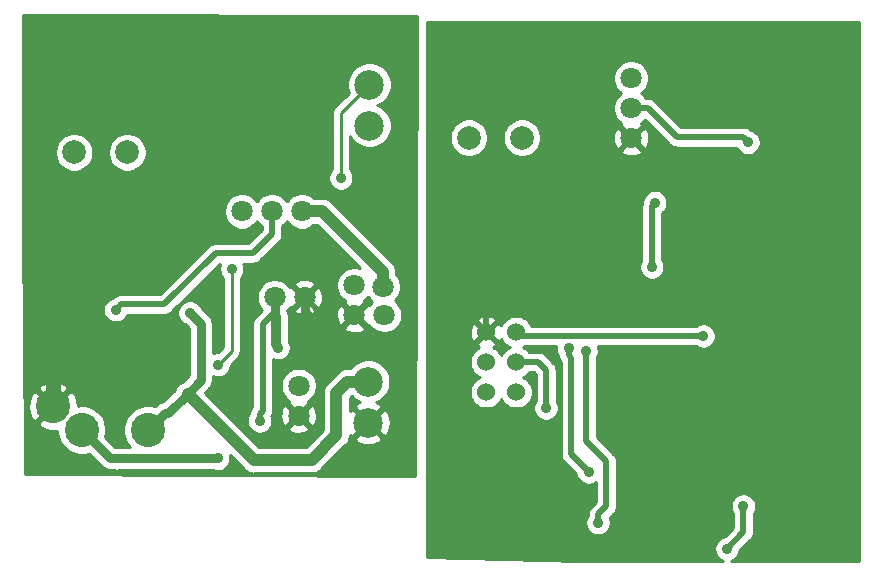
<source format=gbl>
G04 #@! TF.GenerationSoftware,KiCad,Pcbnew,5.1.5-52549c5~86~ubuntu18.04.1*
G04 #@! TF.CreationDate,2020-08-27T00:17:12-07:00*
G04 #@! TF.ProjectId,heat2sound_rx_and_tx,68656174-3273-46f7-956e-645f72785f61,rev?*
G04 #@! TF.SameCoordinates,Original*
G04 #@! TF.FileFunction,Copper,L2,Bot*
G04 #@! TF.FilePolarity,Positive*
%FSLAX46Y46*%
G04 Gerber Fmt 4.6, Leading zero omitted, Abs format (unit mm)*
G04 Created by KiCad (PCBNEW 5.1.5-52549c5~86~ubuntu18.04.1) date 2020-08-27 00:17:12*
%MOMM*%
%LPD*%
G04 APERTURE LIST*
%ADD10C,1.800000*%
%ADD11C,2.900000*%
%ADD12C,1.998980*%
%ADD13C,2.500000*%
%ADD14C,1.524000*%
%ADD15C,0.889000*%
%ADD16C,1.270000*%
%ADD17C,0.762000*%
%ADD18C,0.508000*%
%ADD19C,1.016000*%
%ADD20C,0.254000*%
G04 APERTURE END LIST*
D10*
X176009840Y-121000000D03*
X173469840Y-121000000D03*
X175500000Y-128490160D03*
X175500000Y-131030160D03*
D11*
X162750000Y-132250000D03*
X157150000Y-132250000D03*
X154700000Y-130250000D03*
D12*
X161000760Y-108750000D03*
X156499880Y-108750000D03*
D10*
X175790000Y-113750000D03*
X173250000Y-113750000D03*
X170710000Y-113750000D03*
D13*
X181400000Y-128149940D03*
X181400000Y-131650060D03*
X181500000Y-102999940D03*
X181500000Y-106500060D03*
D10*
X182770000Y-122520000D03*
X180230000Y-122520000D03*
X180230000Y-119980000D03*
X182627000Y-120123000D03*
X203660000Y-107540000D03*
X203660000Y-105000000D03*
X203660000Y-102460000D03*
D12*
X189909880Y-107500000D03*
X194410760Y-107500000D03*
D14*
X191390000Y-129040000D03*
X191390000Y-126500000D03*
X191390000Y-123960000D03*
X193930000Y-123960000D03*
X193930000Y-126500000D03*
X193930000Y-129040000D03*
D15*
X156760000Y-125130000D03*
X169270000Y-109100000D03*
X171610000Y-106690000D03*
X164390000Y-116630000D03*
X156510000Y-116840000D03*
X183730000Y-116160000D03*
X162890000Y-126800000D03*
X209860000Y-132700000D03*
X207060000Y-118500000D03*
X210060000Y-118500000D03*
X207060000Y-115100000D03*
X202360000Y-116300000D03*
X210060000Y-113500000D03*
X200760000Y-108500000D03*
X204960000Y-134100000D03*
X219860000Y-140000000D03*
X209960000Y-138800000D03*
X215960000Y-138600000D03*
X166313271Y-122339689D03*
X168650000Y-134660000D03*
X172200000Y-131500000D03*
X173770000Y-125290000D03*
X179080000Y-110920000D03*
X160007500Y-122070000D03*
X213560000Y-107900000D03*
X205410000Y-118450000D03*
X205660000Y-113000000D03*
X168670000Y-126730000D03*
X169840000Y-118580000D03*
X213160000Y-138700000D03*
X211760000Y-142300000D03*
X198360000Y-125300000D03*
X200060000Y-135800000D03*
X209760000Y-124300000D03*
X196460000Y-130400000D03*
X199860000Y-125600000D03*
X200860000Y-140100000D03*
D16*
X154700000Y-128199391D02*
X155910000Y-126989391D01*
X154700000Y-130250000D02*
X154700000Y-128199391D01*
D17*
X176009840Y-122272792D02*
X176750000Y-123012952D01*
X176009840Y-121000000D02*
X176009840Y-122272792D01*
X176750000Y-123012952D02*
X176750000Y-123750000D01*
D18*
X191390000Y-123960000D02*
X191390000Y-121730000D01*
D17*
X164199999Y-130800001D02*
X164409999Y-130800001D01*
X162750000Y-132250000D02*
X164199999Y-130800001D01*
X167210000Y-128000000D02*
X167210000Y-123236418D01*
X167210000Y-123236418D02*
X166313271Y-122339689D01*
D19*
X179632234Y-128149940D02*
X178700000Y-129082174D01*
X181400000Y-128149940D02*
X179632234Y-128149940D01*
X178700000Y-129082174D02*
X178700000Y-132700000D01*
X178700000Y-132700000D02*
X176600000Y-134800000D01*
X171700000Y-134800000D02*
X166100000Y-129200000D01*
X176600000Y-134800000D02*
X171700000Y-134800000D01*
D17*
X164409999Y-130800001D02*
X166100000Y-129200000D01*
X166100000Y-129200000D02*
X167210000Y-128000000D01*
X157150000Y-132250000D02*
X158599999Y-133699999D01*
D18*
X160000000Y-134800000D02*
X168360000Y-134570000D01*
D17*
X160140000Y-134660000D02*
X168650000Y-134660000D01*
X159560000Y-134660000D02*
X157150000Y-132250000D01*
X168650000Y-134660000D02*
X159560000Y-134660000D01*
D18*
X172200000Y-130871383D02*
X172460000Y-130611383D01*
X172200000Y-131500000D02*
X172200000Y-130871383D01*
X172460000Y-123290000D02*
X173480000Y-122270000D01*
X172460000Y-130611383D02*
X172460000Y-123290000D01*
X173770000Y-122560000D02*
X173480000Y-122270000D01*
X173770000Y-125290000D02*
X173770000Y-122560000D01*
D17*
X173469840Y-124989840D02*
X173770000Y-125290000D01*
X173469840Y-121000000D02*
X173469840Y-124989840D01*
D20*
X179080000Y-105419940D02*
X179999940Y-104500000D01*
X179080000Y-110920000D02*
X179080000Y-105419940D01*
X179999940Y-104500000D02*
X181500000Y-102999940D01*
D19*
X177062792Y-113750000D02*
X175790000Y-113750000D01*
X177526792Y-113750000D02*
X177062792Y-113750000D01*
X182627000Y-118850208D02*
X177526792Y-113750000D01*
X182627000Y-120123000D02*
X182627000Y-118850208D01*
D18*
X160451999Y-121625501D02*
X164144499Y-121625501D01*
X160007500Y-122070000D02*
X160451999Y-121625501D01*
X164144499Y-121625501D02*
X168490000Y-117280000D01*
X168490000Y-117280000D02*
X171620000Y-117280000D01*
X173250000Y-115650000D02*
X173250000Y-113750000D01*
X171620000Y-117280000D02*
X173250000Y-115650000D01*
X213115501Y-107455501D02*
X207515501Y-107455501D01*
X213560000Y-107900000D02*
X213115501Y-107455501D01*
X205060000Y-105000000D02*
X203660000Y-105000000D01*
X207515501Y-107455501D02*
X205060000Y-105000000D01*
X205410000Y-118450000D02*
X205410000Y-113250000D01*
X205410000Y-113250000D02*
X205660000Y-113000000D01*
D20*
X168670000Y-126730000D02*
X169840000Y-125560000D01*
X169840000Y-125560000D02*
X169840000Y-118580000D01*
D18*
X213160000Y-138700000D02*
X213160000Y-140900000D01*
X213160000Y-140900000D02*
X211760000Y-142300000D01*
X198360000Y-125928617D02*
X198560000Y-126128617D01*
X198360000Y-125300000D02*
X198360000Y-125928617D01*
X198560000Y-126128617D02*
X198560000Y-134300000D01*
X198560000Y-134300000D02*
X200060000Y-135800000D01*
X194270000Y-124300000D02*
X193930000Y-123960000D01*
X209760000Y-124300000D02*
X194270000Y-124300000D01*
X195760000Y-126500000D02*
X193930000Y-126500000D01*
X196460000Y-130400000D02*
X196460000Y-127200000D01*
X196460000Y-127200000D02*
X195760000Y-126500000D01*
X199860000Y-125600000D02*
X199860000Y-133200000D01*
X199860000Y-133200000D02*
X200960000Y-134300000D01*
X200960000Y-134300000D02*
X201560000Y-134900000D01*
X201560000Y-134900000D02*
X201560000Y-138700000D01*
X201560000Y-138700000D02*
X200860000Y-139400000D01*
X200860000Y-139400000D02*
X200860000Y-140100000D01*
D20*
G36*
X185521318Y-97185783D02*
G01*
X185373483Y-136122559D01*
X152328748Y-136007489D01*
X152306528Y-131706052D01*
X153423553Y-131706052D01*
X153573548Y-132016493D01*
X153939819Y-132202311D01*
X154335303Y-132313101D01*
X154744801Y-132344609D01*
X155073000Y-132305181D01*
X155073000Y-132454567D01*
X155152818Y-132855839D01*
X155309386Y-133233829D01*
X155536689Y-133574011D01*
X155825989Y-133863311D01*
X156166171Y-134090614D01*
X156544161Y-134247182D01*
X156945433Y-134327000D01*
X157354567Y-134327000D01*
X157727326Y-134252853D01*
X158812224Y-135337751D01*
X158843788Y-135376212D01*
X158882249Y-135407776D01*
X158882251Y-135407778D01*
X158997276Y-135502177D01*
X159172389Y-135595776D01*
X159362397Y-135653415D01*
X159510482Y-135668000D01*
X159510493Y-135668000D01*
X159560000Y-135672876D01*
X159609507Y-135668000D01*
X159834156Y-135668000D01*
X159851238Y-135672673D01*
X159980973Y-135681856D01*
X160484609Y-135668000D01*
X168283562Y-135668000D01*
X168337455Y-135690323D01*
X168544466Y-135731500D01*
X168755534Y-135731500D01*
X168962545Y-135690323D01*
X169157546Y-135609551D01*
X169333042Y-135492289D01*
X169482289Y-135343042D01*
X169599551Y-135167546D01*
X169680323Y-134972545D01*
X169721500Y-134765534D01*
X169721500Y-134554466D01*
X169689758Y-134394890D01*
X170858009Y-135563141D01*
X170893551Y-135606449D01*
X171066377Y-135748284D01*
X171263553Y-135853676D01*
X171477501Y-135918577D01*
X171700000Y-135940491D01*
X171755751Y-135935000D01*
X176544249Y-135935000D01*
X176600000Y-135940491D01*
X176655751Y-135935000D01*
X176655752Y-135935000D01*
X176822499Y-135918577D01*
X177036447Y-135853676D01*
X177233623Y-135748284D01*
X177406449Y-135606449D01*
X177441996Y-135563135D01*
X179463141Y-133541991D01*
X179506449Y-133506449D01*
X179648284Y-133333623D01*
X179753676Y-133136447D01*
X179806089Y-132963665D01*
X180266000Y-132963665D01*
X180391914Y-133253637D01*
X180724126Y-133419493D01*
X181082312Y-133517350D01*
X181452706Y-133543449D01*
X181821075Y-133496785D01*
X182173262Y-133379154D01*
X182408086Y-133253637D01*
X182534000Y-132963665D01*
X181400000Y-131829665D01*
X180266000Y-132963665D01*
X179806089Y-132963665D01*
X179818577Y-132922499D01*
X179835000Y-132755752D01*
X179835000Y-132755743D01*
X179840490Y-132700001D01*
X179838152Y-132676266D01*
X180086395Y-132784060D01*
X181220395Y-131650060D01*
X181579605Y-131650060D01*
X182713605Y-132784060D01*
X183003577Y-132658146D01*
X183169433Y-132325934D01*
X183267290Y-131967748D01*
X183293389Y-131597354D01*
X183246725Y-131228985D01*
X183129094Y-130876798D01*
X183003577Y-130641974D01*
X182713605Y-130516060D01*
X181579605Y-131650060D01*
X181220395Y-131650060D01*
X180086395Y-130516060D01*
X179835000Y-130625223D01*
X179835000Y-129552305D01*
X179991443Y-129395862D01*
X180203482Y-129607901D01*
X180510907Y-129813316D01*
X180706489Y-129894329D01*
X180626738Y-129920966D01*
X180391914Y-130046483D01*
X180266000Y-130336455D01*
X181400000Y-131470455D01*
X182534000Y-130336455D01*
X182408086Y-130046483D01*
X182098871Y-129892108D01*
X182289093Y-129813316D01*
X182596518Y-129607901D01*
X182857961Y-129346458D01*
X183063376Y-129039033D01*
X183204868Y-128697441D01*
X183277000Y-128334808D01*
X183277000Y-127965072D01*
X183204868Y-127602439D01*
X183063376Y-127260847D01*
X182857961Y-126953422D01*
X182596518Y-126691979D01*
X182289093Y-126486564D01*
X181947501Y-126345072D01*
X181584868Y-126272940D01*
X181215132Y-126272940D01*
X180852499Y-126345072D01*
X180510907Y-126486564D01*
X180203482Y-126691979D01*
X179942039Y-126953422D01*
X179900934Y-127014940D01*
X179687985Y-127014940D01*
X179632234Y-127009449D01*
X179576482Y-127014940D01*
X179409735Y-127031363D01*
X179195787Y-127096264D01*
X178998611Y-127201656D01*
X178825785Y-127343491D01*
X178790242Y-127386800D01*
X177936864Y-128240179D01*
X177893551Y-128275725D01*
X177751716Y-128448551D01*
X177678042Y-128586387D01*
X177646324Y-128645728D01*
X177581423Y-128859676D01*
X177559509Y-129082174D01*
X177565000Y-129137926D01*
X177565001Y-132229867D01*
X176129869Y-133665000D01*
X172170132Y-133665000D01*
X169899598Y-131394466D01*
X171128500Y-131394466D01*
X171128500Y-131605534D01*
X171169677Y-131812545D01*
X171250449Y-132007546D01*
X171367711Y-132183042D01*
X171516958Y-132332289D01*
X171692454Y-132449551D01*
X171887455Y-132530323D01*
X172094466Y-132571500D01*
X172305534Y-132571500D01*
X172512545Y-132530323D01*
X172707546Y-132449551D01*
X172883042Y-132332289D01*
X173032289Y-132183042D01*
X173091624Y-132094240D01*
X174615525Y-132094240D01*
X174699208Y-132348421D01*
X174971775Y-132479318D01*
X175264642Y-132554525D01*
X175566553Y-132571151D01*
X175865907Y-132528557D01*
X176151199Y-132428382D01*
X176300792Y-132348421D01*
X176384475Y-132094240D01*
X175500000Y-131209765D01*
X174615525Y-132094240D01*
X173091624Y-132094240D01*
X173149551Y-132007546D01*
X173230323Y-131812545D01*
X173271500Y-131605534D01*
X173271500Y-131394466D01*
X173230323Y-131187455D01*
X173195642Y-131103727D01*
X173196068Y-131103208D01*
X173199539Y-131096713D01*
X173959009Y-131096713D01*
X174001603Y-131396067D01*
X174101778Y-131681359D01*
X174181739Y-131830952D01*
X174435920Y-131914635D01*
X175320395Y-131030160D01*
X175679605Y-131030160D01*
X176564080Y-131914635D01*
X176818261Y-131830952D01*
X176949158Y-131558385D01*
X177024365Y-131265518D01*
X177040991Y-130963607D01*
X176998397Y-130664253D01*
X176898222Y-130378961D01*
X176818261Y-130229368D01*
X176564080Y-130145685D01*
X175679605Y-131030160D01*
X175320395Y-131030160D01*
X174435920Y-130145685D01*
X174181739Y-130229368D01*
X174050842Y-130501935D01*
X173975635Y-130794802D01*
X173959009Y-131096713D01*
X173199539Y-131096713D01*
X173277875Y-130950158D01*
X173328252Y-130784089D01*
X173341000Y-130654656D01*
X173341000Y-130654653D01*
X173345262Y-130611383D01*
X173341000Y-130568113D01*
X173341000Y-128339764D01*
X173973000Y-128339764D01*
X173973000Y-128640556D01*
X174031681Y-128935570D01*
X174146790Y-129213466D01*
X174313901Y-129463566D01*
X174526594Y-129676259D01*
X174677701Y-129777225D01*
X174615525Y-129966080D01*
X175500000Y-130850555D01*
X176384475Y-129966080D01*
X176322299Y-129777225D01*
X176473406Y-129676259D01*
X176686099Y-129463566D01*
X176853210Y-129213466D01*
X176968319Y-128935570D01*
X177027000Y-128640556D01*
X177027000Y-128339764D01*
X176968319Y-128044750D01*
X176853210Y-127766854D01*
X176686099Y-127516754D01*
X176473406Y-127304061D01*
X176223306Y-127136950D01*
X175945410Y-127021841D01*
X175650396Y-126963160D01*
X175349604Y-126963160D01*
X175054590Y-127021841D01*
X174776694Y-127136950D01*
X174526594Y-127304061D01*
X174313901Y-127516754D01*
X174146790Y-127766854D01*
X174031681Y-128044750D01*
X173973000Y-128339764D01*
X173341000Y-128339764D01*
X173341000Y-126272086D01*
X173457455Y-126320323D01*
X173664466Y-126361500D01*
X173875534Y-126361500D01*
X174082545Y-126320323D01*
X174277546Y-126239551D01*
X174453042Y-126122289D01*
X174602289Y-125973042D01*
X174719551Y-125797546D01*
X174800323Y-125602545D01*
X174841500Y-125395534D01*
X174841500Y-125184466D01*
X174800323Y-124977455D01*
X174719551Y-124782454D01*
X174651000Y-124679860D01*
X174651000Y-123584080D01*
X179345525Y-123584080D01*
X179429208Y-123838261D01*
X179701775Y-123969158D01*
X179994642Y-124044365D01*
X180296553Y-124060991D01*
X180595907Y-124018397D01*
X180881199Y-123918222D01*
X181030792Y-123838261D01*
X181114475Y-123584080D01*
X180230000Y-122699605D01*
X179345525Y-123584080D01*
X174651000Y-123584080D01*
X174651000Y-122603270D01*
X174652646Y-122586553D01*
X178689009Y-122586553D01*
X178731603Y-122885907D01*
X178831778Y-123171199D01*
X178911739Y-123320792D01*
X179165920Y-123404475D01*
X180050395Y-122520000D01*
X179165920Y-121635525D01*
X178911739Y-121719208D01*
X178780842Y-121991775D01*
X178705635Y-122284642D01*
X178689009Y-122586553D01*
X174652646Y-122586553D01*
X174655262Y-122560000D01*
X174651000Y-122516727D01*
X174638252Y-122387294D01*
X174587875Y-122221225D01*
X174525262Y-122104083D01*
X174565265Y-122064080D01*
X175125365Y-122064080D01*
X175209048Y-122318261D01*
X175481615Y-122449158D01*
X175774482Y-122524365D01*
X176076393Y-122540991D01*
X176375747Y-122498397D01*
X176661039Y-122398222D01*
X176810632Y-122318261D01*
X176894315Y-122064080D01*
X176009840Y-121179605D01*
X175125365Y-122064080D01*
X174565265Y-122064080D01*
X174655939Y-121973406D01*
X174756905Y-121822299D01*
X174945760Y-121884475D01*
X175830235Y-121000000D01*
X176189445Y-121000000D01*
X177073920Y-121884475D01*
X177328101Y-121800792D01*
X177458998Y-121528225D01*
X177534205Y-121235358D01*
X177550831Y-120933447D01*
X177508237Y-120634093D01*
X177408062Y-120348801D01*
X177328101Y-120199208D01*
X177073920Y-120115525D01*
X176189445Y-121000000D01*
X175830235Y-121000000D01*
X174945760Y-120115525D01*
X174756905Y-120177701D01*
X174655939Y-120026594D01*
X174565265Y-119935920D01*
X175125365Y-119935920D01*
X176009840Y-120820395D01*
X176894315Y-119935920D01*
X176810632Y-119681739D01*
X176538065Y-119550842D01*
X176245198Y-119475635D01*
X175943287Y-119459009D01*
X175643933Y-119501603D01*
X175358641Y-119601778D01*
X175209048Y-119681739D01*
X175125365Y-119935920D01*
X174565265Y-119935920D01*
X174443246Y-119813901D01*
X174193146Y-119646790D01*
X173915250Y-119531681D01*
X173620236Y-119473000D01*
X173319444Y-119473000D01*
X173024430Y-119531681D01*
X172746534Y-119646790D01*
X172496434Y-119813901D01*
X172283741Y-120026594D01*
X172116630Y-120276694D01*
X172001521Y-120554590D01*
X171942840Y-120849604D01*
X171942840Y-121150396D01*
X172001521Y-121445410D01*
X172116630Y-121723306D01*
X172283741Y-121973406D01*
X172407207Y-122096872D01*
X171867640Y-122636439D01*
X171834026Y-122664025D01*
X171806441Y-122697638D01*
X171723932Y-122798175D01*
X171642125Y-122951226D01*
X171591749Y-123117295D01*
X171574738Y-123290000D01*
X171579001Y-123333280D01*
X171579000Y-130241326D01*
X171574026Y-130245408D01*
X171546441Y-130279021D01*
X171463932Y-130379558D01*
X171382125Y-130532609D01*
X171369173Y-130575308D01*
X171331748Y-130698677D01*
X171319000Y-130828110D01*
X171314738Y-130871383D01*
X171316872Y-130893045D01*
X171250449Y-130992454D01*
X171169677Y-131187455D01*
X171128500Y-131394466D01*
X169899598Y-131394466D01*
X167584601Y-129079470D01*
X167902978Y-128735280D01*
X167926212Y-128716212D01*
X167970237Y-128662567D01*
X167983597Y-128648124D01*
X168001663Y-128624275D01*
X168052176Y-128562724D01*
X168061498Y-128545284D01*
X168073446Y-128529511D01*
X168108235Y-128457846D01*
X168145776Y-128387611D01*
X168151519Y-128368680D01*
X168160156Y-128350887D01*
X168180288Y-128273843D01*
X168203415Y-128197603D01*
X168205354Y-128177911D01*
X168210354Y-128158778D01*
X168215068Y-128079291D01*
X168218000Y-128049518D01*
X168218000Y-128029842D01*
X168222108Y-127960568D01*
X168218000Y-127930796D01*
X168218000Y-127702559D01*
X168357455Y-127760323D01*
X168564466Y-127801500D01*
X168775534Y-127801500D01*
X168982545Y-127760323D01*
X169177546Y-127679551D01*
X169353042Y-127562289D01*
X169502289Y-127413042D01*
X169619551Y-127237546D01*
X169700323Y-127042545D01*
X169741500Y-126835534D01*
X169741500Y-126724816D01*
X170346969Y-126119348D01*
X170375738Y-126095738D01*
X170469961Y-125980927D01*
X170539975Y-125849939D01*
X170583090Y-125707810D01*
X170594000Y-125597039D01*
X170594000Y-125597038D01*
X170597648Y-125560000D01*
X170594000Y-125522961D01*
X170594000Y-119341331D01*
X170672289Y-119263042D01*
X170789551Y-119087546D01*
X170870323Y-118892545D01*
X170911500Y-118685534D01*
X170911500Y-118474466D01*
X170870323Y-118267455D01*
X170826228Y-118161000D01*
X171576730Y-118161000D01*
X171620000Y-118165262D01*
X171663270Y-118161000D01*
X171663273Y-118161000D01*
X171792706Y-118148252D01*
X171958775Y-118097875D01*
X172111825Y-118016068D01*
X172245975Y-117905975D01*
X172273566Y-117872355D01*
X173842362Y-116303560D01*
X173875975Y-116275975D01*
X173930137Y-116209978D01*
X173986068Y-116141826D01*
X174014563Y-116088514D01*
X174067875Y-115988775D01*
X174118252Y-115822706D01*
X174131000Y-115693273D01*
X174131000Y-115693271D01*
X174135262Y-115650001D01*
X174131000Y-115606731D01*
X174131000Y-114997843D01*
X174223406Y-114936099D01*
X174436099Y-114723406D01*
X174520000Y-114597839D01*
X174603901Y-114723406D01*
X174816594Y-114936099D01*
X175066694Y-115103210D01*
X175344590Y-115218319D01*
X175639604Y-115277000D01*
X175940396Y-115277000D01*
X176235410Y-115218319D01*
X176513306Y-115103210D01*
X176763406Y-114936099D01*
X176814505Y-114885000D01*
X177056661Y-114885000D01*
X180688950Y-118517289D01*
X180675410Y-118511681D01*
X180380396Y-118453000D01*
X180079604Y-118453000D01*
X179784590Y-118511681D01*
X179506694Y-118626790D01*
X179256594Y-118793901D01*
X179043901Y-119006594D01*
X178876790Y-119256694D01*
X178761681Y-119534590D01*
X178703000Y-119829604D01*
X178703000Y-120130396D01*
X178761681Y-120425410D01*
X178876790Y-120703306D01*
X179043901Y-120953406D01*
X179256594Y-121166099D01*
X179407701Y-121267065D01*
X179345525Y-121455920D01*
X180230000Y-122340395D01*
X181114475Y-121455920D01*
X181052299Y-121267065D01*
X181203406Y-121166099D01*
X181373689Y-120995816D01*
X181440901Y-121096406D01*
X181653594Y-121309099D01*
X181754184Y-121376311D01*
X181583901Y-121546594D01*
X181482935Y-121697701D01*
X181294080Y-121635525D01*
X180409605Y-122520000D01*
X181294080Y-123404475D01*
X181482935Y-123342299D01*
X181583901Y-123493406D01*
X181796594Y-123706099D01*
X182046694Y-123873210D01*
X182324590Y-123988319D01*
X182619604Y-124047000D01*
X182920396Y-124047000D01*
X183215410Y-123988319D01*
X183493306Y-123873210D01*
X183743406Y-123706099D01*
X183956099Y-123493406D01*
X184123210Y-123243306D01*
X184238319Y-122965410D01*
X184297000Y-122670396D01*
X184297000Y-122369604D01*
X184238319Y-122074590D01*
X184123210Y-121796694D01*
X183956099Y-121546594D01*
X183743406Y-121333901D01*
X183642816Y-121266689D01*
X183813099Y-121096406D01*
X183980210Y-120846306D01*
X184095319Y-120568410D01*
X184154000Y-120273396D01*
X184154000Y-119972604D01*
X184095319Y-119677590D01*
X183980210Y-119399694D01*
X183813099Y-119149594D01*
X183762000Y-119098495D01*
X183762000Y-118905949D01*
X183767490Y-118850207D01*
X183762000Y-118794465D01*
X183762000Y-118794456D01*
X183745577Y-118627709D01*
X183680676Y-118413761D01*
X183575284Y-118216585D01*
X183433449Y-118043759D01*
X183390141Y-118008217D01*
X178368788Y-112986865D01*
X178333241Y-112943551D01*
X178160415Y-112801716D01*
X177963239Y-112696324D01*
X177749291Y-112631423D01*
X177582544Y-112615000D01*
X177582543Y-112615000D01*
X177526792Y-112609509D01*
X177471041Y-112615000D01*
X176814505Y-112615000D01*
X176763406Y-112563901D01*
X176513306Y-112396790D01*
X176235410Y-112281681D01*
X175940396Y-112223000D01*
X175639604Y-112223000D01*
X175344590Y-112281681D01*
X175066694Y-112396790D01*
X174816594Y-112563901D01*
X174603901Y-112776594D01*
X174520000Y-112902161D01*
X174436099Y-112776594D01*
X174223406Y-112563901D01*
X173973306Y-112396790D01*
X173695410Y-112281681D01*
X173400396Y-112223000D01*
X173099604Y-112223000D01*
X172804590Y-112281681D01*
X172526694Y-112396790D01*
X172276594Y-112563901D01*
X172063901Y-112776594D01*
X171980000Y-112902161D01*
X171896099Y-112776594D01*
X171683406Y-112563901D01*
X171433306Y-112396790D01*
X171155410Y-112281681D01*
X170860396Y-112223000D01*
X170559604Y-112223000D01*
X170264590Y-112281681D01*
X169986694Y-112396790D01*
X169736594Y-112563901D01*
X169523901Y-112776594D01*
X169356790Y-113026694D01*
X169241681Y-113304590D01*
X169183000Y-113599604D01*
X169183000Y-113900396D01*
X169241681Y-114195410D01*
X169356790Y-114473306D01*
X169523901Y-114723406D01*
X169736594Y-114936099D01*
X169986694Y-115103210D01*
X170264590Y-115218319D01*
X170559604Y-115277000D01*
X170860396Y-115277000D01*
X171155410Y-115218319D01*
X171433306Y-115103210D01*
X171683406Y-114936099D01*
X171896099Y-114723406D01*
X171980000Y-114597839D01*
X172063901Y-114723406D01*
X172276594Y-114936099D01*
X172369000Y-114997843D01*
X172369000Y-115285078D01*
X171255079Y-116399000D01*
X168533269Y-116399000D01*
X168489999Y-116394738D01*
X168446729Y-116399000D01*
X168446727Y-116399000D01*
X168317294Y-116411748D01*
X168151225Y-116462125D01*
X168140468Y-116467875D01*
X167998174Y-116543932D01*
X167930022Y-116599863D01*
X167864025Y-116654025D01*
X167836440Y-116687638D01*
X163779578Y-120744501D01*
X160495269Y-120744501D01*
X160451999Y-120740239D01*
X160408729Y-120744501D01*
X160408726Y-120744501D01*
X160279293Y-120757249D01*
X160113224Y-120807626D01*
X159960174Y-120889433D01*
X159826024Y-120999526D01*
X159812215Y-121016353D01*
X159694955Y-121039677D01*
X159499954Y-121120449D01*
X159324458Y-121237711D01*
X159175211Y-121386958D01*
X159057949Y-121562454D01*
X158977177Y-121757455D01*
X158936000Y-121964466D01*
X158936000Y-122175534D01*
X158977177Y-122382545D01*
X159057949Y-122577546D01*
X159175211Y-122753042D01*
X159324458Y-122902289D01*
X159499954Y-123019551D01*
X159694955Y-123100323D01*
X159901966Y-123141500D01*
X160113034Y-123141500D01*
X160320045Y-123100323D01*
X160515046Y-123019551D01*
X160690542Y-122902289D01*
X160839789Y-122753042D01*
X160957051Y-122577546D01*
X160986479Y-122506501D01*
X164101229Y-122506501D01*
X164144499Y-122510763D01*
X164187769Y-122506501D01*
X164187772Y-122506501D01*
X164317205Y-122493753D01*
X164483274Y-122443376D01*
X164636324Y-122361569D01*
X164770474Y-122251476D01*
X164798065Y-122217856D01*
X168852959Y-118162963D01*
X168809677Y-118267455D01*
X168768500Y-118474466D01*
X168768500Y-118685534D01*
X168809677Y-118892545D01*
X168890449Y-119087546D01*
X169007711Y-119263042D01*
X169086001Y-119341332D01*
X169086000Y-125247683D01*
X168675184Y-125658500D01*
X168564466Y-125658500D01*
X168357455Y-125699677D01*
X168218000Y-125757441D01*
X168218000Y-123285924D01*
X168222876Y-123236417D01*
X168218000Y-123186910D01*
X168218000Y-123186900D01*
X168203415Y-123038815D01*
X168145776Y-122848807D01*
X168095826Y-122755358D01*
X168052176Y-122673693D01*
X167957777Y-122558668D01*
X167957776Y-122558667D01*
X167926212Y-122520206D01*
X167887751Y-122488642D01*
X167285145Y-121886036D01*
X167262822Y-121832143D01*
X167145560Y-121656647D01*
X166996313Y-121507400D01*
X166820817Y-121390138D01*
X166625816Y-121309366D01*
X166418805Y-121268189D01*
X166207737Y-121268189D01*
X166000726Y-121309366D01*
X165805725Y-121390138D01*
X165630229Y-121507400D01*
X165480982Y-121656647D01*
X165363720Y-121832143D01*
X165282948Y-122027144D01*
X165241771Y-122234155D01*
X165241771Y-122445223D01*
X165282948Y-122652234D01*
X165363720Y-122847235D01*
X165480982Y-123022731D01*
X165630229Y-123171978D01*
X165805725Y-123289240D01*
X165859618Y-123311563D01*
X166202001Y-123653946D01*
X166202000Y-127605285D01*
X165716355Y-128130307D01*
X165663554Y-128146324D01*
X165466378Y-128251717D01*
X165293552Y-128393552D01*
X165151717Y-128566378D01*
X165046324Y-128763554D01*
X165026781Y-128827977D01*
X163988756Y-129810724D01*
X163812388Y-129864225D01*
X163749304Y-129897944D01*
X163637274Y-129957825D01*
X163522249Y-130052224D01*
X163483787Y-130083789D01*
X163452223Y-130122250D01*
X163327326Y-130247147D01*
X162954567Y-130173000D01*
X162545433Y-130173000D01*
X162144161Y-130252818D01*
X161766171Y-130409386D01*
X161425989Y-130636689D01*
X161136689Y-130925989D01*
X160909386Y-131266171D01*
X160752818Y-131644161D01*
X160673000Y-132045433D01*
X160673000Y-132454567D01*
X160752818Y-132855839D01*
X160909386Y-133233829D01*
X161136689Y-133574011D01*
X161214678Y-133652000D01*
X159977527Y-133652000D01*
X159152853Y-132827326D01*
X159227000Y-132454567D01*
X159227000Y-132045433D01*
X159147182Y-131644161D01*
X158990614Y-131266171D01*
X158763311Y-130925989D01*
X158474011Y-130636689D01*
X158133829Y-130409386D01*
X157755839Y-130252818D01*
X157354567Y-130173000D01*
X156945433Y-130173000D01*
X156794351Y-130203052D01*
X156745621Y-129797423D01*
X156618021Y-129407038D01*
X156466493Y-129123548D01*
X156156052Y-128973553D01*
X154879605Y-130250000D01*
X154893748Y-130264143D01*
X154714143Y-130443748D01*
X154700000Y-130429605D01*
X153423553Y-131706052D01*
X152306528Y-131706052D01*
X152299237Y-130294801D01*
X152605391Y-130294801D01*
X152654379Y-130702577D01*
X152781979Y-131092962D01*
X152933507Y-131376452D01*
X153243948Y-131526447D01*
X154520395Y-130250000D01*
X153243948Y-128973553D01*
X152933507Y-129123548D01*
X152747689Y-129489819D01*
X152636899Y-129885303D01*
X152605391Y-130294801D01*
X152299237Y-130294801D01*
X152291484Y-128793948D01*
X153423553Y-128793948D01*
X154700000Y-130070395D01*
X155976447Y-128793948D01*
X155826452Y-128483507D01*
X155460181Y-128297689D01*
X155064697Y-128186899D01*
X154655199Y-128155391D01*
X154247423Y-128204379D01*
X153857038Y-128331979D01*
X153573548Y-128483507D01*
X153423553Y-128793948D01*
X152291484Y-128793948D01*
X152198604Y-110814466D01*
X178008500Y-110814466D01*
X178008500Y-111025534D01*
X178049677Y-111232545D01*
X178130449Y-111427546D01*
X178247711Y-111603042D01*
X178396958Y-111752289D01*
X178572454Y-111869551D01*
X178767455Y-111950323D01*
X178974466Y-111991500D01*
X179185534Y-111991500D01*
X179392545Y-111950323D01*
X179587546Y-111869551D01*
X179763042Y-111752289D01*
X179912289Y-111603042D01*
X180029551Y-111427546D01*
X180110323Y-111232545D01*
X180151500Y-111025534D01*
X180151500Y-110814466D01*
X180110323Y-110607455D01*
X180029551Y-110412454D01*
X179912289Y-110236958D01*
X179834000Y-110158669D01*
X179834000Y-107382818D01*
X179836624Y-107389153D01*
X180042039Y-107696578D01*
X180303482Y-107958021D01*
X180610907Y-108163436D01*
X180952499Y-108304928D01*
X181315132Y-108377060D01*
X181684868Y-108377060D01*
X182047501Y-108304928D01*
X182389093Y-108163436D01*
X182696518Y-107958021D01*
X182957961Y-107696578D01*
X183163376Y-107389153D01*
X183304868Y-107047561D01*
X183377000Y-106684928D01*
X183377000Y-106315192D01*
X183304868Y-105952559D01*
X183163376Y-105610967D01*
X182957961Y-105303542D01*
X182696518Y-105042099D01*
X182389093Y-104836684D01*
X182179819Y-104750000D01*
X182389093Y-104663316D01*
X182696518Y-104457901D01*
X182957961Y-104196458D01*
X183163376Y-103889033D01*
X183304868Y-103547441D01*
X183377000Y-103184808D01*
X183377000Y-102815072D01*
X183304868Y-102452439D01*
X183163376Y-102110847D01*
X182957961Y-101803422D01*
X182696518Y-101541979D01*
X182389093Y-101336564D01*
X182047501Y-101195072D01*
X181684868Y-101122940D01*
X181315132Y-101122940D01*
X180952499Y-101195072D01*
X180610907Y-101336564D01*
X180303482Y-101541979D01*
X180042039Y-101803422D01*
X179836624Y-102110847D01*
X179695132Y-102452439D01*
X179623000Y-102815072D01*
X179623000Y-103184808D01*
X179695132Y-103547441D01*
X179751089Y-103682534D01*
X179492977Y-103940647D01*
X179492972Y-103940651D01*
X178573032Y-104860592D01*
X178544263Y-104884202D01*
X178520652Y-104912972D01*
X178520651Y-104912973D01*
X178450039Y-104999014D01*
X178380026Y-105130001D01*
X178336910Y-105272131D01*
X178322353Y-105419940D01*
X178326001Y-105456981D01*
X178326000Y-110158669D01*
X178247711Y-110236958D01*
X178130449Y-110412454D01*
X178049677Y-110607455D01*
X178008500Y-110814466D01*
X152198604Y-110814466D01*
X152187111Y-108589805D01*
X154873390Y-108589805D01*
X154873390Y-108910195D01*
X154935895Y-109224430D01*
X155058503Y-109520432D01*
X155236503Y-109786827D01*
X155463053Y-110013377D01*
X155729448Y-110191377D01*
X156025450Y-110313985D01*
X156339685Y-110376490D01*
X156660075Y-110376490D01*
X156974310Y-110313985D01*
X157270312Y-110191377D01*
X157536707Y-110013377D01*
X157763257Y-109786827D01*
X157941257Y-109520432D01*
X158063865Y-109224430D01*
X158126370Y-108910195D01*
X158126370Y-108589805D01*
X159374270Y-108589805D01*
X159374270Y-108910195D01*
X159436775Y-109224430D01*
X159559383Y-109520432D01*
X159737383Y-109786827D01*
X159963933Y-110013377D01*
X160230328Y-110191377D01*
X160526330Y-110313985D01*
X160840565Y-110376490D01*
X161160955Y-110376490D01*
X161475190Y-110313985D01*
X161771192Y-110191377D01*
X162037587Y-110013377D01*
X162264137Y-109786827D01*
X162442137Y-109520432D01*
X162564745Y-109224430D01*
X162627250Y-108910195D01*
X162627250Y-108589805D01*
X162564745Y-108275570D01*
X162442137Y-107979568D01*
X162264137Y-107713173D01*
X162037587Y-107486623D01*
X161771192Y-107308623D01*
X161475190Y-107186015D01*
X161160955Y-107123510D01*
X160840565Y-107123510D01*
X160526330Y-107186015D01*
X160230328Y-107308623D01*
X159963933Y-107486623D01*
X159737383Y-107713173D01*
X159559383Y-107979568D01*
X159436775Y-108275570D01*
X159374270Y-108589805D01*
X158126370Y-108589805D01*
X158063865Y-108275570D01*
X157941257Y-107979568D01*
X157763257Y-107713173D01*
X157536707Y-107486623D01*
X157270312Y-107308623D01*
X156974310Y-107186015D01*
X156660075Y-107123510D01*
X156339685Y-107123510D01*
X156025450Y-107186015D01*
X155729448Y-107308623D01*
X155463053Y-107486623D01*
X155236503Y-107713173D01*
X155058503Y-107979568D01*
X154935895Y-108275570D01*
X154873390Y-108589805D01*
X152187111Y-108589805D01*
X152127660Y-97081678D01*
X185521318Y-97185783D01*
G37*
X185521318Y-97185783D02*
X185373483Y-136122559D01*
X152328748Y-136007489D01*
X152306528Y-131706052D01*
X153423553Y-131706052D01*
X153573548Y-132016493D01*
X153939819Y-132202311D01*
X154335303Y-132313101D01*
X154744801Y-132344609D01*
X155073000Y-132305181D01*
X155073000Y-132454567D01*
X155152818Y-132855839D01*
X155309386Y-133233829D01*
X155536689Y-133574011D01*
X155825989Y-133863311D01*
X156166171Y-134090614D01*
X156544161Y-134247182D01*
X156945433Y-134327000D01*
X157354567Y-134327000D01*
X157727326Y-134252853D01*
X158812224Y-135337751D01*
X158843788Y-135376212D01*
X158882249Y-135407776D01*
X158882251Y-135407778D01*
X158997276Y-135502177D01*
X159172389Y-135595776D01*
X159362397Y-135653415D01*
X159510482Y-135668000D01*
X159510493Y-135668000D01*
X159560000Y-135672876D01*
X159609507Y-135668000D01*
X159834156Y-135668000D01*
X159851238Y-135672673D01*
X159980973Y-135681856D01*
X160484609Y-135668000D01*
X168283562Y-135668000D01*
X168337455Y-135690323D01*
X168544466Y-135731500D01*
X168755534Y-135731500D01*
X168962545Y-135690323D01*
X169157546Y-135609551D01*
X169333042Y-135492289D01*
X169482289Y-135343042D01*
X169599551Y-135167546D01*
X169680323Y-134972545D01*
X169721500Y-134765534D01*
X169721500Y-134554466D01*
X169689758Y-134394890D01*
X170858009Y-135563141D01*
X170893551Y-135606449D01*
X171066377Y-135748284D01*
X171263553Y-135853676D01*
X171477501Y-135918577D01*
X171700000Y-135940491D01*
X171755751Y-135935000D01*
X176544249Y-135935000D01*
X176600000Y-135940491D01*
X176655751Y-135935000D01*
X176655752Y-135935000D01*
X176822499Y-135918577D01*
X177036447Y-135853676D01*
X177233623Y-135748284D01*
X177406449Y-135606449D01*
X177441996Y-135563135D01*
X179463141Y-133541991D01*
X179506449Y-133506449D01*
X179648284Y-133333623D01*
X179753676Y-133136447D01*
X179806089Y-132963665D01*
X180266000Y-132963665D01*
X180391914Y-133253637D01*
X180724126Y-133419493D01*
X181082312Y-133517350D01*
X181452706Y-133543449D01*
X181821075Y-133496785D01*
X182173262Y-133379154D01*
X182408086Y-133253637D01*
X182534000Y-132963665D01*
X181400000Y-131829665D01*
X180266000Y-132963665D01*
X179806089Y-132963665D01*
X179818577Y-132922499D01*
X179835000Y-132755752D01*
X179835000Y-132755743D01*
X179840490Y-132700001D01*
X179838152Y-132676266D01*
X180086395Y-132784060D01*
X181220395Y-131650060D01*
X181579605Y-131650060D01*
X182713605Y-132784060D01*
X183003577Y-132658146D01*
X183169433Y-132325934D01*
X183267290Y-131967748D01*
X183293389Y-131597354D01*
X183246725Y-131228985D01*
X183129094Y-130876798D01*
X183003577Y-130641974D01*
X182713605Y-130516060D01*
X181579605Y-131650060D01*
X181220395Y-131650060D01*
X180086395Y-130516060D01*
X179835000Y-130625223D01*
X179835000Y-129552305D01*
X179991443Y-129395862D01*
X180203482Y-129607901D01*
X180510907Y-129813316D01*
X180706489Y-129894329D01*
X180626738Y-129920966D01*
X180391914Y-130046483D01*
X180266000Y-130336455D01*
X181400000Y-131470455D01*
X182534000Y-130336455D01*
X182408086Y-130046483D01*
X182098871Y-129892108D01*
X182289093Y-129813316D01*
X182596518Y-129607901D01*
X182857961Y-129346458D01*
X183063376Y-129039033D01*
X183204868Y-128697441D01*
X183277000Y-128334808D01*
X183277000Y-127965072D01*
X183204868Y-127602439D01*
X183063376Y-127260847D01*
X182857961Y-126953422D01*
X182596518Y-126691979D01*
X182289093Y-126486564D01*
X181947501Y-126345072D01*
X181584868Y-126272940D01*
X181215132Y-126272940D01*
X180852499Y-126345072D01*
X180510907Y-126486564D01*
X180203482Y-126691979D01*
X179942039Y-126953422D01*
X179900934Y-127014940D01*
X179687985Y-127014940D01*
X179632234Y-127009449D01*
X179576482Y-127014940D01*
X179409735Y-127031363D01*
X179195787Y-127096264D01*
X178998611Y-127201656D01*
X178825785Y-127343491D01*
X178790242Y-127386800D01*
X177936864Y-128240179D01*
X177893551Y-128275725D01*
X177751716Y-128448551D01*
X177678042Y-128586387D01*
X177646324Y-128645728D01*
X177581423Y-128859676D01*
X177559509Y-129082174D01*
X177565000Y-129137926D01*
X177565001Y-132229867D01*
X176129869Y-133665000D01*
X172170132Y-133665000D01*
X169899598Y-131394466D01*
X171128500Y-131394466D01*
X171128500Y-131605534D01*
X171169677Y-131812545D01*
X171250449Y-132007546D01*
X171367711Y-132183042D01*
X171516958Y-132332289D01*
X171692454Y-132449551D01*
X171887455Y-132530323D01*
X172094466Y-132571500D01*
X172305534Y-132571500D01*
X172512545Y-132530323D01*
X172707546Y-132449551D01*
X172883042Y-132332289D01*
X173032289Y-132183042D01*
X173091624Y-132094240D01*
X174615525Y-132094240D01*
X174699208Y-132348421D01*
X174971775Y-132479318D01*
X175264642Y-132554525D01*
X175566553Y-132571151D01*
X175865907Y-132528557D01*
X176151199Y-132428382D01*
X176300792Y-132348421D01*
X176384475Y-132094240D01*
X175500000Y-131209765D01*
X174615525Y-132094240D01*
X173091624Y-132094240D01*
X173149551Y-132007546D01*
X173230323Y-131812545D01*
X173271500Y-131605534D01*
X173271500Y-131394466D01*
X173230323Y-131187455D01*
X173195642Y-131103727D01*
X173196068Y-131103208D01*
X173199539Y-131096713D01*
X173959009Y-131096713D01*
X174001603Y-131396067D01*
X174101778Y-131681359D01*
X174181739Y-131830952D01*
X174435920Y-131914635D01*
X175320395Y-131030160D01*
X175679605Y-131030160D01*
X176564080Y-131914635D01*
X176818261Y-131830952D01*
X176949158Y-131558385D01*
X177024365Y-131265518D01*
X177040991Y-130963607D01*
X176998397Y-130664253D01*
X176898222Y-130378961D01*
X176818261Y-130229368D01*
X176564080Y-130145685D01*
X175679605Y-131030160D01*
X175320395Y-131030160D01*
X174435920Y-130145685D01*
X174181739Y-130229368D01*
X174050842Y-130501935D01*
X173975635Y-130794802D01*
X173959009Y-131096713D01*
X173199539Y-131096713D01*
X173277875Y-130950158D01*
X173328252Y-130784089D01*
X173341000Y-130654656D01*
X173341000Y-130654653D01*
X173345262Y-130611383D01*
X173341000Y-130568113D01*
X173341000Y-128339764D01*
X173973000Y-128339764D01*
X173973000Y-128640556D01*
X174031681Y-128935570D01*
X174146790Y-129213466D01*
X174313901Y-129463566D01*
X174526594Y-129676259D01*
X174677701Y-129777225D01*
X174615525Y-129966080D01*
X175500000Y-130850555D01*
X176384475Y-129966080D01*
X176322299Y-129777225D01*
X176473406Y-129676259D01*
X176686099Y-129463566D01*
X176853210Y-129213466D01*
X176968319Y-128935570D01*
X177027000Y-128640556D01*
X177027000Y-128339764D01*
X176968319Y-128044750D01*
X176853210Y-127766854D01*
X176686099Y-127516754D01*
X176473406Y-127304061D01*
X176223306Y-127136950D01*
X175945410Y-127021841D01*
X175650396Y-126963160D01*
X175349604Y-126963160D01*
X175054590Y-127021841D01*
X174776694Y-127136950D01*
X174526594Y-127304061D01*
X174313901Y-127516754D01*
X174146790Y-127766854D01*
X174031681Y-128044750D01*
X173973000Y-128339764D01*
X173341000Y-128339764D01*
X173341000Y-126272086D01*
X173457455Y-126320323D01*
X173664466Y-126361500D01*
X173875534Y-126361500D01*
X174082545Y-126320323D01*
X174277546Y-126239551D01*
X174453042Y-126122289D01*
X174602289Y-125973042D01*
X174719551Y-125797546D01*
X174800323Y-125602545D01*
X174841500Y-125395534D01*
X174841500Y-125184466D01*
X174800323Y-124977455D01*
X174719551Y-124782454D01*
X174651000Y-124679860D01*
X174651000Y-123584080D01*
X179345525Y-123584080D01*
X179429208Y-123838261D01*
X179701775Y-123969158D01*
X179994642Y-124044365D01*
X180296553Y-124060991D01*
X180595907Y-124018397D01*
X180881199Y-123918222D01*
X181030792Y-123838261D01*
X181114475Y-123584080D01*
X180230000Y-122699605D01*
X179345525Y-123584080D01*
X174651000Y-123584080D01*
X174651000Y-122603270D01*
X174652646Y-122586553D01*
X178689009Y-122586553D01*
X178731603Y-122885907D01*
X178831778Y-123171199D01*
X178911739Y-123320792D01*
X179165920Y-123404475D01*
X180050395Y-122520000D01*
X179165920Y-121635525D01*
X178911739Y-121719208D01*
X178780842Y-121991775D01*
X178705635Y-122284642D01*
X178689009Y-122586553D01*
X174652646Y-122586553D01*
X174655262Y-122560000D01*
X174651000Y-122516727D01*
X174638252Y-122387294D01*
X174587875Y-122221225D01*
X174525262Y-122104083D01*
X174565265Y-122064080D01*
X175125365Y-122064080D01*
X175209048Y-122318261D01*
X175481615Y-122449158D01*
X175774482Y-122524365D01*
X176076393Y-122540991D01*
X176375747Y-122498397D01*
X176661039Y-122398222D01*
X176810632Y-122318261D01*
X176894315Y-122064080D01*
X176009840Y-121179605D01*
X175125365Y-122064080D01*
X174565265Y-122064080D01*
X174655939Y-121973406D01*
X174756905Y-121822299D01*
X174945760Y-121884475D01*
X175830235Y-121000000D01*
X176189445Y-121000000D01*
X177073920Y-121884475D01*
X177328101Y-121800792D01*
X177458998Y-121528225D01*
X177534205Y-121235358D01*
X177550831Y-120933447D01*
X177508237Y-120634093D01*
X177408062Y-120348801D01*
X177328101Y-120199208D01*
X177073920Y-120115525D01*
X176189445Y-121000000D01*
X175830235Y-121000000D01*
X174945760Y-120115525D01*
X174756905Y-120177701D01*
X174655939Y-120026594D01*
X174565265Y-119935920D01*
X175125365Y-119935920D01*
X176009840Y-120820395D01*
X176894315Y-119935920D01*
X176810632Y-119681739D01*
X176538065Y-119550842D01*
X176245198Y-119475635D01*
X175943287Y-119459009D01*
X175643933Y-119501603D01*
X175358641Y-119601778D01*
X175209048Y-119681739D01*
X175125365Y-119935920D01*
X174565265Y-119935920D01*
X174443246Y-119813901D01*
X174193146Y-119646790D01*
X173915250Y-119531681D01*
X173620236Y-119473000D01*
X173319444Y-119473000D01*
X173024430Y-119531681D01*
X172746534Y-119646790D01*
X172496434Y-119813901D01*
X172283741Y-120026594D01*
X172116630Y-120276694D01*
X172001521Y-120554590D01*
X171942840Y-120849604D01*
X171942840Y-121150396D01*
X172001521Y-121445410D01*
X172116630Y-121723306D01*
X172283741Y-121973406D01*
X172407207Y-122096872D01*
X171867640Y-122636439D01*
X171834026Y-122664025D01*
X171806441Y-122697638D01*
X171723932Y-122798175D01*
X171642125Y-122951226D01*
X171591749Y-123117295D01*
X171574738Y-123290000D01*
X171579001Y-123333280D01*
X171579000Y-130241326D01*
X171574026Y-130245408D01*
X171546441Y-130279021D01*
X171463932Y-130379558D01*
X171382125Y-130532609D01*
X171369173Y-130575308D01*
X171331748Y-130698677D01*
X171319000Y-130828110D01*
X171314738Y-130871383D01*
X171316872Y-130893045D01*
X171250449Y-130992454D01*
X171169677Y-131187455D01*
X171128500Y-131394466D01*
X169899598Y-131394466D01*
X167584601Y-129079470D01*
X167902978Y-128735280D01*
X167926212Y-128716212D01*
X167970237Y-128662567D01*
X167983597Y-128648124D01*
X168001663Y-128624275D01*
X168052176Y-128562724D01*
X168061498Y-128545284D01*
X168073446Y-128529511D01*
X168108235Y-128457846D01*
X168145776Y-128387611D01*
X168151519Y-128368680D01*
X168160156Y-128350887D01*
X168180288Y-128273843D01*
X168203415Y-128197603D01*
X168205354Y-128177911D01*
X168210354Y-128158778D01*
X168215068Y-128079291D01*
X168218000Y-128049518D01*
X168218000Y-128029842D01*
X168222108Y-127960568D01*
X168218000Y-127930796D01*
X168218000Y-127702559D01*
X168357455Y-127760323D01*
X168564466Y-127801500D01*
X168775534Y-127801500D01*
X168982545Y-127760323D01*
X169177546Y-127679551D01*
X169353042Y-127562289D01*
X169502289Y-127413042D01*
X169619551Y-127237546D01*
X169700323Y-127042545D01*
X169741500Y-126835534D01*
X169741500Y-126724816D01*
X170346969Y-126119348D01*
X170375738Y-126095738D01*
X170469961Y-125980927D01*
X170539975Y-125849939D01*
X170583090Y-125707810D01*
X170594000Y-125597039D01*
X170594000Y-125597038D01*
X170597648Y-125560000D01*
X170594000Y-125522961D01*
X170594000Y-119341331D01*
X170672289Y-119263042D01*
X170789551Y-119087546D01*
X170870323Y-118892545D01*
X170911500Y-118685534D01*
X170911500Y-118474466D01*
X170870323Y-118267455D01*
X170826228Y-118161000D01*
X171576730Y-118161000D01*
X171620000Y-118165262D01*
X171663270Y-118161000D01*
X171663273Y-118161000D01*
X171792706Y-118148252D01*
X171958775Y-118097875D01*
X172111825Y-118016068D01*
X172245975Y-117905975D01*
X172273566Y-117872355D01*
X173842362Y-116303560D01*
X173875975Y-116275975D01*
X173930137Y-116209978D01*
X173986068Y-116141826D01*
X174014563Y-116088514D01*
X174067875Y-115988775D01*
X174118252Y-115822706D01*
X174131000Y-115693273D01*
X174131000Y-115693271D01*
X174135262Y-115650001D01*
X174131000Y-115606731D01*
X174131000Y-114997843D01*
X174223406Y-114936099D01*
X174436099Y-114723406D01*
X174520000Y-114597839D01*
X174603901Y-114723406D01*
X174816594Y-114936099D01*
X175066694Y-115103210D01*
X175344590Y-115218319D01*
X175639604Y-115277000D01*
X175940396Y-115277000D01*
X176235410Y-115218319D01*
X176513306Y-115103210D01*
X176763406Y-114936099D01*
X176814505Y-114885000D01*
X177056661Y-114885000D01*
X180688950Y-118517289D01*
X180675410Y-118511681D01*
X180380396Y-118453000D01*
X180079604Y-118453000D01*
X179784590Y-118511681D01*
X179506694Y-118626790D01*
X179256594Y-118793901D01*
X179043901Y-119006594D01*
X178876790Y-119256694D01*
X178761681Y-119534590D01*
X178703000Y-119829604D01*
X178703000Y-120130396D01*
X178761681Y-120425410D01*
X178876790Y-120703306D01*
X179043901Y-120953406D01*
X179256594Y-121166099D01*
X179407701Y-121267065D01*
X179345525Y-121455920D01*
X180230000Y-122340395D01*
X181114475Y-121455920D01*
X181052299Y-121267065D01*
X181203406Y-121166099D01*
X181373689Y-120995816D01*
X181440901Y-121096406D01*
X181653594Y-121309099D01*
X181754184Y-121376311D01*
X181583901Y-121546594D01*
X181482935Y-121697701D01*
X181294080Y-121635525D01*
X180409605Y-122520000D01*
X181294080Y-123404475D01*
X181482935Y-123342299D01*
X181583901Y-123493406D01*
X181796594Y-123706099D01*
X182046694Y-123873210D01*
X182324590Y-123988319D01*
X182619604Y-124047000D01*
X182920396Y-124047000D01*
X183215410Y-123988319D01*
X183493306Y-123873210D01*
X183743406Y-123706099D01*
X183956099Y-123493406D01*
X184123210Y-123243306D01*
X184238319Y-122965410D01*
X184297000Y-122670396D01*
X184297000Y-122369604D01*
X184238319Y-122074590D01*
X184123210Y-121796694D01*
X183956099Y-121546594D01*
X183743406Y-121333901D01*
X183642816Y-121266689D01*
X183813099Y-121096406D01*
X183980210Y-120846306D01*
X184095319Y-120568410D01*
X184154000Y-120273396D01*
X184154000Y-119972604D01*
X184095319Y-119677590D01*
X183980210Y-119399694D01*
X183813099Y-119149594D01*
X183762000Y-119098495D01*
X183762000Y-118905949D01*
X183767490Y-118850207D01*
X183762000Y-118794465D01*
X183762000Y-118794456D01*
X183745577Y-118627709D01*
X183680676Y-118413761D01*
X183575284Y-118216585D01*
X183433449Y-118043759D01*
X183390141Y-118008217D01*
X178368788Y-112986865D01*
X178333241Y-112943551D01*
X178160415Y-112801716D01*
X177963239Y-112696324D01*
X177749291Y-112631423D01*
X177582544Y-112615000D01*
X177582543Y-112615000D01*
X177526792Y-112609509D01*
X177471041Y-112615000D01*
X176814505Y-112615000D01*
X176763406Y-112563901D01*
X176513306Y-112396790D01*
X176235410Y-112281681D01*
X175940396Y-112223000D01*
X175639604Y-112223000D01*
X175344590Y-112281681D01*
X175066694Y-112396790D01*
X174816594Y-112563901D01*
X174603901Y-112776594D01*
X174520000Y-112902161D01*
X174436099Y-112776594D01*
X174223406Y-112563901D01*
X173973306Y-112396790D01*
X173695410Y-112281681D01*
X173400396Y-112223000D01*
X173099604Y-112223000D01*
X172804590Y-112281681D01*
X172526694Y-112396790D01*
X172276594Y-112563901D01*
X172063901Y-112776594D01*
X171980000Y-112902161D01*
X171896099Y-112776594D01*
X171683406Y-112563901D01*
X171433306Y-112396790D01*
X171155410Y-112281681D01*
X170860396Y-112223000D01*
X170559604Y-112223000D01*
X170264590Y-112281681D01*
X169986694Y-112396790D01*
X169736594Y-112563901D01*
X169523901Y-112776594D01*
X169356790Y-113026694D01*
X169241681Y-113304590D01*
X169183000Y-113599604D01*
X169183000Y-113900396D01*
X169241681Y-114195410D01*
X169356790Y-114473306D01*
X169523901Y-114723406D01*
X169736594Y-114936099D01*
X169986694Y-115103210D01*
X170264590Y-115218319D01*
X170559604Y-115277000D01*
X170860396Y-115277000D01*
X171155410Y-115218319D01*
X171433306Y-115103210D01*
X171683406Y-114936099D01*
X171896099Y-114723406D01*
X171980000Y-114597839D01*
X172063901Y-114723406D01*
X172276594Y-114936099D01*
X172369000Y-114997843D01*
X172369000Y-115285078D01*
X171255079Y-116399000D01*
X168533269Y-116399000D01*
X168489999Y-116394738D01*
X168446729Y-116399000D01*
X168446727Y-116399000D01*
X168317294Y-116411748D01*
X168151225Y-116462125D01*
X168140468Y-116467875D01*
X167998174Y-116543932D01*
X167930022Y-116599863D01*
X167864025Y-116654025D01*
X167836440Y-116687638D01*
X163779578Y-120744501D01*
X160495269Y-120744501D01*
X160451999Y-120740239D01*
X160408729Y-120744501D01*
X160408726Y-120744501D01*
X160279293Y-120757249D01*
X160113224Y-120807626D01*
X159960174Y-120889433D01*
X159826024Y-120999526D01*
X159812215Y-121016353D01*
X159694955Y-121039677D01*
X159499954Y-121120449D01*
X159324458Y-121237711D01*
X159175211Y-121386958D01*
X159057949Y-121562454D01*
X158977177Y-121757455D01*
X158936000Y-121964466D01*
X158936000Y-122175534D01*
X158977177Y-122382545D01*
X159057949Y-122577546D01*
X159175211Y-122753042D01*
X159324458Y-122902289D01*
X159499954Y-123019551D01*
X159694955Y-123100323D01*
X159901966Y-123141500D01*
X160113034Y-123141500D01*
X160320045Y-123100323D01*
X160515046Y-123019551D01*
X160690542Y-122902289D01*
X160839789Y-122753042D01*
X160957051Y-122577546D01*
X160986479Y-122506501D01*
X164101229Y-122506501D01*
X164144499Y-122510763D01*
X164187769Y-122506501D01*
X164187772Y-122506501D01*
X164317205Y-122493753D01*
X164483274Y-122443376D01*
X164636324Y-122361569D01*
X164770474Y-122251476D01*
X164798065Y-122217856D01*
X168852959Y-118162963D01*
X168809677Y-118267455D01*
X168768500Y-118474466D01*
X168768500Y-118685534D01*
X168809677Y-118892545D01*
X168890449Y-119087546D01*
X169007711Y-119263042D01*
X169086001Y-119341332D01*
X169086000Y-125247683D01*
X168675184Y-125658500D01*
X168564466Y-125658500D01*
X168357455Y-125699677D01*
X168218000Y-125757441D01*
X168218000Y-123285924D01*
X168222876Y-123236417D01*
X168218000Y-123186910D01*
X168218000Y-123186900D01*
X168203415Y-123038815D01*
X168145776Y-122848807D01*
X168095826Y-122755358D01*
X168052176Y-122673693D01*
X167957777Y-122558668D01*
X167957776Y-122558667D01*
X167926212Y-122520206D01*
X167887751Y-122488642D01*
X167285145Y-121886036D01*
X167262822Y-121832143D01*
X167145560Y-121656647D01*
X166996313Y-121507400D01*
X166820817Y-121390138D01*
X166625816Y-121309366D01*
X166418805Y-121268189D01*
X166207737Y-121268189D01*
X166000726Y-121309366D01*
X165805725Y-121390138D01*
X165630229Y-121507400D01*
X165480982Y-121656647D01*
X165363720Y-121832143D01*
X165282948Y-122027144D01*
X165241771Y-122234155D01*
X165241771Y-122445223D01*
X165282948Y-122652234D01*
X165363720Y-122847235D01*
X165480982Y-123022731D01*
X165630229Y-123171978D01*
X165805725Y-123289240D01*
X165859618Y-123311563D01*
X166202001Y-123653946D01*
X166202000Y-127605285D01*
X165716355Y-128130307D01*
X165663554Y-128146324D01*
X165466378Y-128251717D01*
X165293552Y-128393552D01*
X165151717Y-128566378D01*
X165046324Y-128763554D01*
X165026781Y-128827977D01*
X163988756Y-129810724D01*
X163812388Y-129864225D01*
X163749304Y-129897944D01*
X163637274Y-129957825D01*
X163522249Y-130052224D01*
X163483787Y-130083789D01*
X163452223Y-130122250D01*
X163327326Y-130247147D01*
X162954567Y-130173000D01*
X162545433Y-130173000D01*
X162144161Y-130252818D01*
X161766171Y-130409386D01*
X161425989Y-130636689D01*
X161136689Y-130925989D01*
X160909386Y-131266171D01*
X160752818Y-131644161D01*
X160673000Y-132045433D01*
X160673000Y-132454567D01*
X160752818Y-132855839D01*
X160909386Y-133233829D01*
X161136689Y-133574011D01*
X161214678Y-133652000D01*
X159977527Y-133652000D01*
X159152853Y-132827326D01*
X159227000Y-132454567D01*
X159227000Y-132045433D01*
X159147182Y-131644161D01*
X158990614Y-131266171D01*
X158763311Y-130925989D01*
X158474011Y-130636689D01*
X158133829Y-130409386D01*
X157755839Y-130252818D01*
X157354567Y-130173000D01*
X156945433Y-130173000D01*
X156794351Y-130203052D01*
X156745621Y-129797423D01*
X156618021Y-129407038D01*
X156466493Y-129123548D01*
X156156052Y-128973553D01*
X154879605Y-130250000D01*
X154893748Y-130264143D01*
X154714143Y-130443748D01*
X154700000Y-130429605D01*
X153423553Y-131706052D01*
X152306528Y-131706052D01*
X152299237Y-130294801D01*
X152605391Y-130294801D01*
X152654379Y-130702577D01*
X152781979Y-131092962D01*
X152933507Y-131376452D01*
X153243948Y-131526447D01*
X154520395Y-130250000D01*
X153243948Y-128973553D01*
X152933507Y-129123548D01*
X152747689Y-129489819D01*
X152636899Y-129885303D01*
X152605391Y-130294801D01*
X152299237Y-130294801D01*
X152291484Y-128793948D01*
X153423553Y-128793948D01*
X154700000Y-130070395D01*
X155976447Y-128793948D01*
X155826452Y-128483507D01*
X155460181Y-128297689D01*
X155064697Y-128186899D01*
X154655199Y-128155391D01*
X154247423Y-128204379D01*
X153857038Y-128331979D01*
X153573548Y-128483507D01*
X153423553Y-128793948D01*
X152291484Y-128793948D01*
X152198604Y-110814466D01*
X178008500Y-110814466D01*
X178008500Y-111025534D01*
X178049677Y-111232545D01*
X178130449Y-111427546D01*
X178247711Y-111603042D01*
X178396958Y-111752289D01*
X178572454Y-111869551D01*
X178767455Y-111950323D01*
X178974466Y-111991500D01*
X179185534Y-111991500D01*
X179392545Y-111950323D01*
X179587546Y-111869551D01*
X179763042Y-111752289D01*
X179912289Y-111603042D01*
X180029551Y-111427546D01*
X180110323Y-111232545D01*
X180151500Y-111025534D01*
X180151500Y-110814466D01*
X180110323Y-110607455D01*
X180029551Y-110412454D01*
X179912289Y-110236958D01*
X179834000Y-110158669D01*
X179834000Y-107382818D01*
X179836624Y-107389153D01*
X180042039Y-107696578D01*
X180303482Y-107958021D01*
X180610907Y-108163436D01*
X180952499Y-108304928D01*
X181315132Y-108377060D01*
X181684868Y-108377060D01*
X182047501Y-108304928D01*
X182389093Y-108163436D01*
X182696518Y-107958021D01*
X182957961Y-107696578D01*
X183163376Y-107389153D01*
X183304868Y-107047561D01*
X183377000Y-106684928D01*
X183377000Y-106315192D01*
X183304868Y-105952559D01*
X183163376Y-105610967D01*
X182957961Y-105303542D01*
X182696518Y-105042099D01*
X182389093Y-104836684D01*
X182179819Y-104750000D01*
X182389093Y-104663316D01*
X182696518Y-104457901D01*
X182957961Y-104196458D01*
X183163376Y-103889033D01*
X183304868Y-103547441D01*
X183377000Y-103184808D01*
X183377000Y-102815072D01*
X183304868Y-102452439D01*
X183163376Y-102110847D01*
X182957961Y-101803422D01*
X182696518Y-101541979D01*
X182389093Y-101336564D01*
X182047501Y-101195072D01*
X181684868Y-101122940D01*
X181315132Y-101122940D01*
X180952499Y-101195072D01*
X180610907Y-101336564D01*
X180303482Y-101541979D01*
X180042039Y-101803422D01*
X179836624Y-102110847D01*
X179695132Y-102452439D01*
X179623000Y-102815072D01*
X179623000Y-103184808D01*
X179695132Y-103547441D01*
X179751089Y-103682534D01*
X179492977Y-103940647D01*
X179492972Y-103940651D01*
X178573032Y-104860592D01*
X178544263Y-104884202D01*
X178520652Y-104912972D01*
X178520651Y-104912973D01*
X178450039Y-104999014D01*
X178380026Y-105130001D01*
X178336910Y-105272131D01*
X178322353Y-105419940D01*
X178326001Y-105456981D01*
X178326000Y-110158669D01*
X178247711Y-110236958D01*
X178130449Y-110412454D01*
X178049677Y-110607455D01*
X178008500Y-110814466D01*
X152198604Y-110814466D01*
X152187111Y-108589805D01*
X154873390Y-108589805D01*
X154873390Y-108910195D01*
X154935895Y-109224430D01*
X155058503Y-109520432D01*
X155236503Y-109786827D01*
X155463053Y-110013377D01*
X155729448Y-110191377D01*
X156025450Y-110313985D01*
X156339685Y-110376490D01*
X156660075Y-110376490D01*
X156974310Y-110313985D01*
X157270312Y-110191377D01*
X157536707Y-110013377D01*
X157763257Y-109786827D01*
X157941257Y-109520432D01*
X158063865Y-109224430D01*
X158126370Y-108910195D01*
X158126370Y-108589805D01*
X159374270Y-108589805D01*
X159374270Y-108910195D01*
X159436775Y-109224430D01*
X159559383Y-109520432D01*
X159737383Y-109786827D01*
X159963933Y-110013377D01*
X160230328Y-110191377D01*
X160526330Y-110313985D01*
X160840565Y-110376490D01*
X161160955Y-110376490D01*
X161475190Y-110313985D01*
X161771192Y-110191377D01*
X162037587Y-110013377D01*
X162264137Y-109786827D01*
X162442137Y-109520432D01*
X162564745Y-109224430D01*
X162627250Y-108910195D01*
X162627250Y-108589805D01*
X162564745Y-108275570D01*
X162442137Y-107979568D01*
X162264137Y-107713173D01*
X162037587Y-107486623D01*
X161771192Y-107308623D01*
X161475190Y-107186015D01*
X161160955Y-107123510D01*
X160840565Y-107123510D01*
X160526330Y-107186015D01*
X160230328Y-107308623D01*
X159963933Y-107486623D01*
X159737383Y-107713173D01*
X159559383Y-107979568D01*
X159436775Y-108275570D01*
X159374270Y-108589805D01*
X158126370Y-108589805D01*
X158063865Y-108275570D01*
X157941257Y-107979568D01*
X157763257Y-107713173D01*
X157536707Y-107486623D01*
X157270312Y-107308623D01*
X156974310Y-107186015D01*
X156660075Y-107123510D01*
X156339685Y-107123510D01*
X156025450Y-107186015D01*
X155729448Y-107308623D01*
X155463053Y-107486623D01*
X155236503Y-107713173D01*
X155058503Y-107979568D01*
X154935895Y-108275570D01*
X154873390Y-108589805D01*
X152187111Y-108589805D01*
X152127660Y-97081678D01*
X185521318Y-97185783D01*
G36*
X222983471Y-143323470D02*
G01*
X212089090Y-143323470D01*
X212267546Y-143249551D01*
X212443042Y-143132289D01*
X212592289Y-142983042D01*
X212709551Y-142807546D01*
X212790323Y-142612545D01*
X212814395Y-142491526D01*
X213752361Y-141553561D01*
X213785975Y-141525975D01*
X213840137Y-141459978D01*
X213896068Y-141391826D01*
X213977875Y-141238775D01*
X213980992Y-141228500D01*
X214028252Y-141072706D01*
X214041000Y-140943273D01*
X214041000Y-140943270D01*
X214045262Y-140900000D01*
X214041000Y-140856730D01*
X214041000Y-139310140D01*
X214109551Y-139207546D01*
X214190323Y-139012545D01*
X214231500Y-138805534D01*
X214231500Y-138594466D01*
X214190323Y-138387455D01*
X214109551Y-138192454D01*
X213992289Y-138016958D01*
X213843042Y-137867711D01*
X213667546Y-137750449D01*
X213472545Y-137669677D01*
X213265534Y-137628500D01*
X213054466Y-137628500D01*
X212847455Y-137669677D01*
X212652454Y-137750449D01*
X212476958Y-137867711D01*
X212327711Y-138016958D01*
X212210449Y-138192454D01*
X212129677Y-138387455D01*
X212088500Y-138594466D01*
X212088500Y-138805534D01*
X212129677Y-139012545D01*
X212210449Y-139207546D01*
X212279000Y-139310141D01*
X212279001Y-140535077D01*
X211568474Y-141245605D01*
X211447455Y-141269677D01*
X211252454Y-141350449D01*
X211076958Y-141467711D01*
X210927711Y-141616958D01*
X210810449Y-141792454D01*
X210729677Y-141987455D01*
X210688500Y-142194466D01*
X210688500Y-142405534D01*
X210729677Y-142612545D01*
X210810449Y-142807546D01*
X210927711Y-142983042D01*
X211076958Y-143132289D01*
X211252454Y-143249551D01*
X211430910Y-143323470D01*
X199299059Y-143323470D01*
X186336530Y-143031081D01*
X186336530Y-126363195D01*
X190001000Y-126363195D01*
X190001000Y-126636805D01*
X190054378Y-126905156D01*
X190159084Y-127157938D01*
X190311093Y-127385436D01*
X190504564Y-127578907D01*
X190732062Y-127730916D01*
X190826419Y-127770000D01*
X190732062Y-127809084D01*
X190504564Y-127961093D01*
X190311093Y-128154564D01*
X190159084Y-128382062D01*
X190054378Y-128634844D01*
X190001000Y-128903195D01*
X190001000Y-129176805D01*
X190054378Y-129445156D01*
X190159084Y-129697938D01*
X190311093Y-129925436D01*
X190504564Y-130118907D01*
X190732062Y-130270916D01*
X190984844Y-130375622D01*
X191253195Y-130429000D01*
X191526805Y-130429000D01*
X191795156Y-130375622D01*
X192047938Y-130270916D01*
X192275436Y-130118907D01*
X192468907Y-129925436D01*
X192620916Y-129697938D01*
X192660000Y-129603581D01*
X192699084Y-129697938D01*
X192851093Y-129925436D01*
X193044564Y-130118907D01*
X193272062Y-130270916D01*
X193524844Y-130375622D01*
X193793195Y-130429000D01*
X194066805Y-130429000D01*
X194335156Y-130375622D01*
X194587938Y-130270916D01*
X194815436Y-130118907D01*
X195008907Y-129925436D01*
X195160916Y-129697938D01*
X195265622Y-129445156D01*
X195319000Y-129176805D01*
X195319000Y-128903195D01*
X195265622Y-128634844D01*
X195160916Y-128382062D01*
X195008907Y-128154564D01*
X194815436Y-127961093D01*
X194587938Y-127809084D01*
X194493581Y-127770000D01*
X194587938Y-127730916D01*
X194815436Y-127578907D01*
X195008907Y-127385436D01*
X195011871Y-127381000D01*
X195395079Y-127381000D01*
X195579001Y-127564922D01*
X195579000Y-129789859D01*
X195510449Y-129892454D01*
X195429677Y-130087455D01*
X195388500Y-130294466D01*
X195388500Y-130505534D01*
X195429677Y-130712545D01*
X195510449Y-130907546D01*
X195627711Y-131083042D01*
X195776958Y-131232289D01*
X195952454Y-131349551D01*
X196147455Y-131430323D01*
X196354466Y-131471500D01*
X196565534Y-131471500D01*
X196772545Y-131430323D01*
X196967546Y-131349551D01*
X197143042Y-131232289D01*
X197292289Y-131083042D01*
X197409551Y-130907546D01*
X197490323Y-130712545D01*
X197531500Y-130505534D01*
X197531500Y-130294466D01*
X197490323Y-130087455D01*
X197409551Y-129892454D01*
X197341000Y-129789860D01*
X197341000Y-127243262D01*
X197345261Y-127199999D01*
X197341000Y-127156736D01*
X197341000Y-127156727D01*
X197328252Y-127027294D01*
X197277875Y-126861225D01*
X197216549Y-126746492D01*
X197196068Y-126708174D01*
X197113559Y-126607637D01*
X197085975Y-126574025D01*
X197052360Y-126546438D01*
X196413565Y-125907644D01*
X196385975Y-125874025D01*
X196251825Y-125763932D01*
X196098775Y-125682125D01*
X195932706Y-125631748D01*
X195803273Y-125619000D01*
X195803270Y-125619000D01*
X195760000Y-125614738D01*
X195716730Y-125619000D01*
X195011871Y-125619000D01*
X195008907Y-125614564D01*
X194815436Y-125421093D01*
X194587938Y-125269084D01*
X194493581Y-125230000D01*
X194587938Y-125190916D01*
X194602778Y-125181000D01*
X197291179Y-125181000D01*
X197288500Y-125194466D01*
X197288500Y-125405534D01*
X197329677Y-125612545D01*
X197410449Y-125807546D01*
X197476872Y-125906955D01*
X197474738Y-125928617D01*
X197479000Y-125971887D01*
X197479000Y-125971890D01*
X197491748Y-126101323D01*
X197524578Y-126209545D01*
X197542125Y-126267391D01*
X197623932Y-126420442D01*
X197633655Y-126432289D01*
X197679000Y-126487542D01*
X197679001Y-134256720D01*
X197674738Y-134300000D01*
X197691749Y-134472705D01*
X197742125Y-134638774D01*
X197823932Y-134791825D01*
X197872044Y-134850449D01*
X197934026Y-134925975D01*
X197967638Y-134953559D01*
X199005605Y-135991527D01*
X199029677Y-136112545D01*
X199110449Y-136307546D01*
X199227711Y-136483042D01*
X199376958Y-136632289D01*
X199552454Y-136749551D01*
X199747455Y-136830323D01*
X199954466Y-136871500D01*
X200165534Y-136871500D01*
X200372545Y-136830323D01*
X200567546Y-136749551D01*
X200679000Y-136675080D01*
X200679001Y-138335077D01*
X200267644Y-138746435D01*
X200234025Y-138774025D01*
X200161021Y-138862983D01*
X200123932Y-138908175D01*
X200059617Y-139028500D01*
X200042125Y-139061226D01*
X199991748Y-139227295D01*
X199982029Y-139325975D01*
X199974738Y-139400000D01*
X199979000Y-139443270D01*
X199979000Y-139489860D01*
X199910449Y-139592454D01*
X199829677Y-139787455D01*
X199788500Y-139994466D01*
X199788500Y-140205534D01*
X199829677Y-140412545D01*
X199910449Y-140607546D01*
X200027711Y-140783042D01*
X200176958Y-140932289D01*
X200352454Y-141049551D01*
X200547455Y-141130323D01*
X200754466Y-141171500D01*
X200965534Y-141171500D01*
X201172545Y-141130323D01*
X201367546Y-141049551D01*
X201543042Y-140932289D01*
X201692289Y-140783042D01*
X201809551Y-140607546D01*
X201890323Y-140412545D01*
X201931500Y-140205534D01*
X201931500Y-139994466D01*
X201890323Y-139787455D01*
X201839987Y-139665934D01*
X202152360Y-139353562D01*
X202185975Y-139325975D01*
X202266960Y-139227294D01*
X202296068Y-139191826D01*
X202339794Y-139110019D01*
X202377875Y-139038775D01*
X202428252Y-138872706D01*
X202441000Y-138743273D01*
X202441000Y-138743264D01*
X202445261Y-138700001D01*
X202441000Y-138656738D01*
X202441000Y-134943269D01*
X202445262Y-134899999D01*
X202441000Y-134856727D01*
X202428252Y-134727294D01*
X202377875Y-134561225D01*
X202296069Y-134408176D01*
X202296068Y-134408174D01*
X202213559Y-134307637D01*
X202185975Y-134274025D01*
X202152361Y-134246440D01*
X201613563Y-133707642D01*
X201613559Y-133707637D01*
X200741000Y-132835079D01*
X200741000Y-126210140D01*
X200809551Y-126107546D01*
X200890323Y-125912545D01*
X200931500Y-125705534D01*
X200931500Y-125494466D01*
X200890323Y-125287455D01*
X200846228Y-125181000D01*
X209149860Y-125181000D01*
X209252454Y-125249551D01*
X209447455Y-125330323D01*
X209654466Y-125371500D01*
X209865534Y-125371500D01*
X210072545Y-125330323D01*
X210267546Y-125249551D01*
X210443042Y-125132289D01*
X210592289Y-124983042D01*
X210709551Y-124807546D01*
X210790323Y-124612545D01*
X210831500Y-124405534D01*
X210831500Y-124194466D01*
X210790323Y-123987455D01*
X210709551Y-123792454D01*
X210592289Y-123616958D01*
X210443042Y-123467711D01*
X210267546Y-123350449D01*
X210072545Y-123269677D01*
X209865534Y-123228500D01*
X209654466Y-123228500D01*
X209447455Y-123269677D01*
X209252454Y-123350449D01*
X209149860Y-123419000D01*
X195209353Y-123419000D01*
X195160916Y-123302062D01*
X195008907Y-123074564D01*
X194815436Y-122881093D01*
X194587938Y-122729084D01*
X194335156Y-122624378D01*
X194066805Y-122571000D01*
X193793195Y-122571000D01*
X193524844Y-122624378D01*
X193272062Y-122729084D01*
X193044564Y-122881093D01*
X192851093Y-123074564D01*
X192699084Y-123302062D01*
X192666336Y-123381122D01*
X192657636Y-123356977D01*
X192595656Y-123241020D01*
X192355565Y-123174040D01*
X191569605Y-123960000D01*
X192355565Y-124745960D01*
X192595656Y-124678980D01*
X192664088Y-124533451D01*
X192699084Y-124617938D01*
X192851093Y-124845436D01*
X193044564Y-125038907D01*
X193272062Y-125190916D01*
X193366419Y-125230000D01*
X193272062Y-125269084D01*
X193044564Y-125421093D01*
X192851093Y-125614564D01*
X192699084Y-125842062D01*
X192660000Y-125936419D01*
X192620916Y-125842062D01*
X192468907Y-125614564D01*
X192275436Y-125421093D01*
X192047938Y-125269084D01*
X191968878Y-125236336D01*
X191993023Y-125227636D01*
X192108980Y-125165656D01*
X192175960Y-124925565D01*
X191390000Y-124139605D01*
X190604040Y-124925565D01*
X190671020Y-125165656D01*
X190816549Y-125234088D01*
X190732062Y-125269084D01*
X190504564Y-125421093D01*
X190311093Y-125614564D01*
X190159084Y-125842062D01*
X190054378Y-126094844D01*
X190001000Y-126363195D01*
X186336530Y-126363195D01*
X186336530Y-124032017D01*
X189988090Y-124032017D01*
X190029078Y-124304133D01*
X190122364Y-124563023D01*
X190184344Y-124678980D01*
X190424435Y-124745960D01*
X191210395Y-123960000D01*
X190424435Y-123174040D01*
X190184344Y-123241020D01*
X190067244Y-123490048D01*
X190000977Y-123757135D01*
X189988090Y-124032017D01*
X186336530Y-124032017D01*
X186336530Y-122994435D01*
X190604040Y-122994435D01*
X191390000Y-123780395D01*
X192175960Y-122994435D01*
X192108980Y-122754344D01*
X191859952Y-122637244D01*
X191592865Y-122570977D01*
X191317983Y-122558090D01*
X191045867Y-122599078D01*
X190786977Y-122692364D01*
X190671020Y-122754344D01*
X190604040Y-122994435D01*
X186336530Y-122994435D01*
X186336530Y-118344466D01*
X204338500Y-118344466D01*
X204338500Y-118555534D01*
X204379677Y-118762545D01*
X204460449Y-118957546D01*
X204577711Y-119133042D01*
X204726958Y-119282289D01*
X204902454Y-119399551D01*
X205097455Y-119480323D01*
X205304466Y-119521500D01*
X205515534Y-119521500D01*
X205722545Y-119480323D01*
X205917546Y-119399551D01*
X206093042Y-119282289D01*
X206242289Y-119133042D01*
X206359551Y-118957546D01*
X206440323Y-118762545D01*
X206481500Y-118555534D01*
X206481500Y-118344466D01*
X206440323Y-118137455D01*
X206359551Y-117942454D01*
X206291000Y-117839860D01*
X206291000Y-113867062D01*
X206343042Y-113832289D01*
X206492289Y-113683042D01*
X206609551Y-113507546D01*
X206690323Y-113312545D01*
X206731500Y-113105534D01*
X206731500Y-112894466D01*
X206690323Y-112687455D01*
X206609551Y-112492454D01*
X206492289Y-112316958D01*
X206343042Y-112167711D01*
X206167546Y-112050449D01*
X205972545Y-111969677D01*
X205765534Y-111928500D01*
X205554466Y-111928500D01*
X205347455Y-111969677D01*
X205152454Y-112050449D01*
X204976958Y-112167711D01*
X204827711Y-112316958D01*
X204710449Y-112492454D01*
X204629677Y-112687455D01*
X204588500Y-112894466D01*
X204588500Y-112923176D01*
X204541749Y-113077295D01*
X204524738Y-113250000D01*
X204529001Y-113293280D01*
X204529000Y-117839859D01*
X204460449Y-117942454D01*
X204379677Y-118137455D01*
X204338500Y-118344466D01*
X186336530Y-118344466D01*
X186336530Y-107339805D01*
X188283390Y-107339805D01*
X188283390Y-107660195D01*
X188345895Y-107974430D01*
X188468503Y-108270432D01*
X188646503Y-108536827D01*
X188873053Y-108763377D01*
X189139448Y-108941377D01*
X189435450Y-109063985D01*
X189749685Y-109126490D01*
X190070075Y-109126490D01*
X190384310Y-109063985D01*
X190680312Y-108941377D01*
X190946707Y-108763377D01*
X191173257Y-108536827D01*
X191351257Y-108270432D01*
X191473865Y-107974430D01*
X191536370Y-107660195D01*
X191536370Y-107339805D01*
X192784270Y-107339805D01*
X192784270Y-107660195D01*
X192846775Y-107974430D01*
X192969383Y-108270432D01*
X193147383Y-108536827D01*
X193373933Y-108763377D01*
X193640328Y-108941377D01*
X193936330Y-109063985D01*
X194250565Y-109126490D01*
X194570955Y-109126490D01*
X194885190Y-109063985D01*
X195181192Y-108941377D01*
X195447587Y-108763377D01*
X195606884Y-108604080D01*
X202775525Y-108604080D01*
X202859208Y-108858261D01*
X203131775Y-108989158D01*
X203424642Y-109064365D01*
X203726553Y-109080991D01*
X204025907Y-109038397D01*
X204311199Y-108938222D01*
X204460792Y-108858261D01*
X204544475Y-108604080D01*
X203660000Y-107719605D01*
X202775525Y-108604080D01*
X195606884Y-108604080D01*
X195674137Y-108536827D01*
X195852137Y-108270432D01*
X195974745Y-107974430D01*
X196037250Y-107660195D01*
X196037250Y-107606553D01*
X202119009Y-107606553D01*
X202161603Y-107905907D01*
X202261778Y-108191199D01*
X202341739Y-108340792D01*
X202595920Y-108424475D01*
X203480395Y-107540000D01*
X203839605Y-107540000D01*
X204724080Y-108424475D01*
X204978261Y-108340792D01*
X205109158Y-108068225D01*
X205184365Y-107775358D01*
X205200991Y-107473447D01*
X205158397Y-107174093D01*
X205058222Y-106888801D01*
X204978261Y-106739208D01*
X204724080Y-106655525D01*
X203839605Y-107540000D01*
X203480395Y-107540000D01*
X202595920Y-106655525D01*
X202341739Y-106739208D01*
X202210842Y-107011775D01*
X202135635Y-107304642D01*
X202119009Y-107606553D01*
X196037250Y-107606553D01*
X196037250Y-107339805D01*
X195974745Y-107025570D01*
X195852137Y-106729568D01*
X195674137Y-106463173D01*
X195447587Y-106236623D01*
X195181192Y-106058623D01*
X194885190Y-105936015D01*
X194570955Y-105873510D01*
X194250565Y-105873510D01*
X193936330Y-105936015D01*
X193640328Y-106058623D01*
X193373933Y-106236623D01*
X193147383Y-106463173D01*
X192969383Y-106729568D01*
X192846775Y-107025570D01*
X192784270Y-107339805D01*
X191536370Y-107339805D01*
X191473865Y-107025570D01*
X191351257Y-106729568D01*
X191173257Y-106463173D01*
X190946707Y-106236623D01*
X190680312Y-106058623D01*
X190384310Y-105936015D01*
X190070075Y-105873510D01*
X189749685Y-105873510D01*
X189435450Y-105936015D01*
X189139448Y-106058623D01*
X188873053Y-106236623D01*
X188646503Y-106463173D01*
X188468503Y-106729568D01*
X188345895Y-107025570D01*
X188283390Y-107339805D01*
X186336530Y-107339805D01*
X186336530Y-102309604D01*
X202133000Y-102309604D01*
X202133000Y-102610396D01*
X202191681Y-102905410D01*
X202306790Y-103183306D01*
X202473901Y-103433406D01*
X202686594Y-103646099D01*
X202812161Y-103730000D01*
X202686594Y-103813901D01*
X202473901Y-104026594D01*
X202306790Y-104276694D01*
X202191681Y-104554590D01*
X202133000Y-104849604D01*
X202133000Y-105150396D01*
X202191681Y-105445410D01*
X202306790Y-105723306D01*
X202473901Y-105973406D01*
X202686594Y-106186099D01*
X202837701Y-106287065D01*
X202775525Y-106475920D01*
X203660000Y-107360395D01*
X204544475Y-106475920D01*
X204482299Y-106287065D01*
X204633406Y-106186099D01*
X204816792Y-106002713D01*
X206861940Y-108047862D01*
X206889526Y-108081476D01*
X206923138Y-108109060D01*
X207023675Y-108191569D01*
X207062919Y-108212545D01*
X207176726Y-108273376D01*
X207342795Y-108323753D01*
X207472228Y-108336501D01*
X207472231Y-108336501D01*
X207515501Y-108340763D01*
X207558771Y-108336501D01*
X212581021Y-108336501D01*
X212610449Y-108407546D01*
X212727711Y-108583042D01*
X212876958Y-108732289D01*
X213052454Y-108849551D01*
X213247455Y-108930323D01*
X213454466Y-108971500D01*
X213665534Y-108971500D01*
X213872545Y-108930323D01*
X214067546Y-108849551D01*
X214243042Y-108732289D01*
X214392289Y-108583042D01*
X214509551Y-108407546D01*
X214590323Y-108212545D01*
X214631500Y-108005534D01*
X214631500Y-107794466D01*
X214590323Y-107587455D01*
X214509551Y-107392454D01*
X214392289Y-107216958D01*
X214243042Y-107067711D01*
X214067546Y-106950449D01*
X213872545Y-106869677D01*
X213755285Y-106846353D01*
X213741476Y-106829526D01*
X213607326Y-106719433D01*
X213454276Y-106637626D01*
X213288207Y-106587249D01*
X213158774Y-106574501D01*
X213158771Y-106574501D01*
X213115501Y-106570239D01*
X213072231Y-106574501D01*
X207880423Y-106574501D01*
X205713566Y-104407645D01*
X205685975Y-104374025D01*
X205551825Y-104263932D01*
X205398775Y-104182125D01*
X205232706Y-104131748D01*
X205103273Y-104119000D01*
X205103270Y-104119000D01*
X205060000Y-104114738D01*
X205016730Y-104119000D01*
X204907843Y-104119000D01*
X204846099Y-104026594D01*
X204633406Y-103813901D01*
X204507839Y-103730000D01*
X204633406Y-103646099D01*
X204846099Y-103433406D01*
X205013210Y-103183306D01*
X205128319Y-102905410D01*
X205187000Y-102610396D01*
X205187000Y-102309604D01*
X205128319Y-102014590D01*
X205013210Y-101736694D01*
X204846099Y-101486594D01*
X204633406Y-101273901D01*
X204383306Y-101106790D01*
X204105410Y-100991681D01*
X203810396Y-100933000D01*
X203509604Y-100933000D01*
X203214590Y-100991681D01*
X202936694Y-101106790D01*
X202686594Y-101273901D01*
X202473901Y-101486594D01*
X202306790Y-101736694D01*
X202191681Y-102014590D01*
X202133000Y-102309604D01*
X186336530Y-102309604D01*
X186336530Y-97676530D01*
X222983470Y-97676530D01*
X222983471Y-143323470D01*
G37*
X222983471Y-143323470D02*
X212089090Y-143323470D01*
X212267546Y-143249551D01*
X212443042Y-143132289D01*
X212592289Y-142983042D01*
X212709551Y-142807546D01*
X212790323Y-142612545D01*
X212814395Y-142491526D01*
X213752361Y-141553561D01*
X213785975Y-141525975D01*
X213840137Y-141459978D01*
X213896068Y-141391826D01*
X213977875Y-141238775D01*
X213980992Y-141228500D01*
X214028252Y-141072706D01*
X214041000Y-140943273D01*
X214041000Y-140943270D01*
X214045262Y-140900000D01*
X214041000Y-140856730D01*
X214041000Y-139310140D01*
X214109551Y-139207546D01*
X214190323Y-139012545D01*
X214231500Y-138805534D01*
X214231500Y-138594466D01*
X214190323Y-138387455D01*
X214109551Y-138192454D01*
X213992289Y-138016958D01*
X213843042Y-137867711D01*
X213667546Y-137750449D01*
X213472545Y-137669677D01*
X213265534Y-137628500D01*
X213054466Y-137628500D01*
X212847455Y-137669677D01*
X212652454Y-137750449D01*
X212476958Y-137867711D01*
X212327711Y-138016958D01*
X212210449Y-138192454D01*
X212129677Y-138387455D01*
X212088500Y-138594466D01*
X212088500Y-138805534D01*
X212129677Y-139012545D01*
X212210449Y-139207546D01*
X212279000Y-139310141D01*
X212279001Y-140535077D01*
X211568474Y-141245605D01*
X211447455Y-141269677D01*
X211252454Y-141350449D01*
X211076958Y-141467711D01*
X210927711Y-141616958D01*
X210810449Y-141792454D01*
X210729677Y-141987455D01*
X210688500Y-142194466D01*
X210688500Y-142405534D01*
X210729677Y-142612545D01*
X210810449Y-142807546D01*
X210927711Y-142983042D01*
X211076958Y-143132289D01*
X211252454Y-143249551D01*
X211430910Y-143323470D01*
X199299059Y-143323470D01*
X186336530Y-143031081D01*
X186336530Y-126363195D01*
X190001000Y-126363195D01*
X190001000Y-126636805D01*
X190054378Y-126905156D01*
X190159084Y-127157938D01*
X190311093Y-127385436D01*
X190504564Y-127578907D01*
X190732062Y-127730916D01*
X190826419Y-127770000D01*
X190732062Y-127809084D01*
X190504564Y-127961093D01*
X190311093Y-128154564D01*
X190159084Y-128382062D01*
X190054378Y-128634844D01*
X190001000Y-128903195D01*
X190001000Y-129176805D01*
X190054378Y-129445156D01*
X190159084Y-129697938D01*
X190311093Y-129925436D01*
X190504564Y-130118907D01*
X190732062Y-130270916D01*
X190984844Y-130375622D01*
X191253195Y-130429000D01*
X191526805Y-130429000D01*
X191795156Y-130375622D01*
X192047938Y-130270916D01*
X192275436Y-130118907D01*
X192468907Y-129925436D01*
X192620916Y-129697938D01*
X192660000Y-129603581D01*
X192699084Y-129697938D01*
X192851093Y-129925436D01*
X193044564Y-130118907D01*
X193272062Y-130270916D01*
X193524844Y-130375622D01*
X193793195Y-130429000D01*
X194066805Y-130429000D01*
X194335156Y-130375622D01*
X194587938Y-130270916D01*
X194815436Y-130118907D01*
X195008907Y-129925436D01*
X195160916Y-129697938D01*
X195265622Y-129445156D01*
X195319000Y-129176805D01*
X195319000Y-128903195D01*
X195265622Y-128634844D01*
X195160916Y-128382062D01*
X195008907Y-128154564D01*
X194815436Y-127961093D01*
X194587938Y-127809084D01*
X194493581Y-127770000D01*
X194587938Y-127730916D01*
X194815436Y-127578907D01*
X195008907Y-127385436D01*
X195011871Y-127381000D01*
X195395079Y-127381000D01*
X195579001Y-127564922D01*
X195579000Y-129789859D01*
X195510449Y-129892454D01*
X195429677Y-130087455D01*
X195388500Y-130294466D01*
X195388500Y-130505534D01*
X195429677Y-130712545D01*
X195510449Y-130907546D01*
X195627711Y-131083042D01*
X195776958Y-131232289D01*
X195952454Y-131349551D01*
X196147455Y-131430323D01*
X196354466Y-131471500D01*
X196565534Y-131471500D01*
X196772545Y-131430323D01*
X196967546Y-131349551D01*
X197143042Y-131232289D01*
X197292289Y-131083042D01*
X197409551Y-130907546D01*
X197490323Y-130712545D01*
X197531500Y-130505534D01*
X197531500Y-130294466D01*
X197490323Y-130087455D01*
X197409551Y-129892454D01*
X197341000Y-129789860D01*
X197341000Y-127243262D01*
X197345261Y-127199999D01*
X197341000Y-127156736D01*
X197341000Y-127156727D01*
X197328252Y-127027294D01*
X197277875Y-126861225D01*
X197216549Y-126746492D01*
X197196068Y-126708174D01*
X197113559Y-126607637D01*
X197085975Y-126574025D01*
X197052360Y-126546438D01*
X196413565Y-125907644D01*
X196385975Y-125874025D01*
X196251825Y-125763932D01*
X196098775Y-125682125D01*
X195932706Y-125631748D01*
X195803273Y-125619000D01*
X195803270Y-125619000D01*
X195760000Y-125614738D01*
X195716730Y-125619000D01*
X195011871Y-125619000D01*
X195008907Y-125614564D01*
X194815436Y-125421093D01*
X194587938Y-125269084D01*
X194493581Y-125230000D01*
X194587938Y-125190916D01*
X194602778Y-125181000D01*
X197291179Y-125181000D01*
X197288500Y-125194466D01*
X197288500Y-125405534D01*
X197329677Y-125612545D01*
X197410449Y-125807546D01*
X197476872Y-125906955D01*
X197474738Y-125928617D01*
X197479000Y-125971887D01*
X197479000Y-125971890D01*
X197491748Y-126101323D01*
X197524578Y-126209545D01*
X197542125Y-126267391D01*
X197623932Y-126420442D01*
X197633655Y-126432289D01*
X197679000Y-126487542D01*
X197679001Y-134256720D01*
X197674738Y-134300000D01*
X197691749Y-134472705D01*
X197742125Y-134638774D01*
X197823932Y-134791825D01*
X197872044Y-134850449D01*
X197934026Y-134925975D01*
X197967638Y-134953559D01*
X199005605Y-135991527D01*
X199029677Y-136112545D01*
X199110449Y-136307546D01*
X199227711Y-136483042D01*
X199376958Y-136632289D01*
X199552454Y-136749551D01*
X199747455Y-136830323D01*
X199954466Y-136871500D01*
X200165534Y-136871500D01*
X200372545Y-136830323D01*
X200567546Y-136749551D01*
X200679000Y-136675080D01*
X200679001Y-138335077D01*
X200267644Y-138746435D01*
X200234025Y-138774025D01*
X200161021Y-138862983D01*
X200123932Y-138908175D01*
X200059617Y-139028500D01*
X200042125Y-139061226D01*
X199991748Y-139227295D01*
X199982029Y-139325975D01*
X199974738Y-139400000D01*
X199979000Y-139443270D01*
X199979000Y-139489860D01*
X199910449Y-139592454D01*
X199829677Y-139787455D01*
X199788500Y-139994466D01*
X199788500Y-140205534D01*
X199829677Y-140412545D01*
X199910449Y-140607546D01*
X200027711Y-140783042D01*
X200176958Y-140932289D01*
X200352454Y-141049551D01*
X200547455Y-141130323D01*
X200754466Y-141171500D01*
X200965534Y-141171500D01*
X201172545Y-141130323D01*
X201367546Y-141049551D01*
X201543042Y-140932289D01*
X201692289Y-140783042D01*
X201809551Y-140607546D01*
X201890323Y-140412545D01*
X201931500Y-140205534D01*
X201931500Y-139994466D01*
X201890323Y-139787455D01*
X201839987Y-139665934D01*
X202152360Y-139353562D01*
X202185975Y-139325975D01*
X202266960Y-139227294D01*
X202296068Y-139191826D01*
X202339794Y-139110019D01*
X202377875Y-139038775D01*
X202428252Y-138872706D01*
X202441000Y-138743273D01*
X202441000Y-138743264D01*
X202445261Y-138700001D01*
X202441000Y-138656738D01*
X202441000Y-134943269D01*
X202445262Y-134899999D01*
X202441000Y-134856727D01*
X202428252Y-134727294D01*
X202377875Y-134561225D01*
X202296069Y-134408176D01*
X202296068Y-134408174D01*
X202213559Y-134307637D01*
X202185975Y-134274025D01*
X202152361Y-134246440D01*
X201613563Y-133707642D01*
X201613559Y-133707637D01*
X200741000Y-132835079D01*
X200741000Y-126210140D01*
X200809551Y-126107546D01*
X200890323Y-125912545D01*
X200931500Y-125705534D01*
X200931500Y-125494466D01*
X200890323Y-125287455D01*
X200846228Y-125181000D01*
X209149860Y-125181000D01*
X209252454Y-125249551D01*
X209447455Y-125330323D01*
X209654466Y-125371500D01*
X209865534Y-125371500D01*
X210072545Y-125330323D01*
X210267546Y-125249551D01*
X210443042Y-125132289D01*
X210592289Y-124983042D01*
X210709551Y-124807546D01*
X210790323Y-124612545D01*
X210831500Y-124405534D01*
X210831500Y-124194466D01*
X210790323Y-123987455D01*
X210709551Y-123792454D01*
X210592289Y-123616958D01*
X210443042Y-123467711D01*
X210267546Y-123350449D01*
X210072545Y-123269677D01*
X209865534Y-123228500D01*
X209654466Y-123228500D01*
X209447455Y-123269677D01*
X209252454Y-123350449D01*
X209149860Y-123419000D01*
X195209353Y-123419000D01*
X195160916Y-123302062D01*
X195008907Y-123074564D01*
X194815436Y-122881093D01*
X194587938Y-122729084D01*
X194335156Y-122624378D01*
X194066805Y-122571000D01*
X193793195Y-122571000D01*
X193524844Y-122624378D01*
X193272062Y-122729084D01*
X193044564Y-122881093D01*
X192851093Y-123074564D01*
X192699084Y-123302062D01*
X192666336Y-123381122D01*
X192657636Y-123356977D01*
X192595656Y-123241020D01*
X192355565Y-123174040D01*
X191569605Y-123960000D01*
X192355565Y-124745960D01*
X192595656Y-124678980D01*
X192664088Y-124533451D01*
X192699084Y-124617938D01*
X192851093Y-124845436D01*
X193044564Y-125038907D01*
X193272062Y-125190916D01*
X193366419Y-125230000D01*
X193272062Y-125269084D01*
X193044564Y-125421093D01*
X192851093Y-125614564D01*
X192699084Y-125842062D01*
X192660000Y-125936419D01*
X192620916Y-125842062D01*
X192468907Y-125614564D01*
X192275436Y-125421093D01*
X192047938Y-125269084D01*
X191968878Y-125236336D01*
X191993023Y-125227636D01*
X192108980Y-125165656D01*
X192175960Y-124925565D01*
X191390000Y-124139605D01*
X190604040Y-124925565D01*
X190671020Y-125165656D01*
X190816549Y-125234088D01*
X190732062Y-125269084D01*
X190504564Y-125421093D01*
X190311093Y-125614564D01*
X190159084Y-125842062D01*
X190054378Y-126094844D01*
X190001000Y-126363195D01*
X186336530Y-126363195D01*
X186336530Y-124032017D01*
X189988090Y-124032017D01*
X190029078Y-124304133D01*
X190122364Y-124563023D01*
X190184344Y-124678980D01*
X190424435Y-124745960D01*
X191210395Y-123960000D01*
X190424435Y-123174040D01*
X190184344Y-123241020D01*
X190067244Y-123490048D01*
X190000977Y-123757135D01*
X189988090Y-124032017D01*
X186336530Y-124032017D01*
X186336530Y-122994435D01*
X190604040Y-122994435D01*
X191390000Y-123780395D01*
X192175960Y-122994435D01*
X192108980Y-122754344D01*
X191859952Y-122637244D01*
X191592865Y-122570977D01*
X191317983Y-122558090D01*
X191045867Y-122599078D01*
X190786977Y-122692364D01*
X190671020Y-122754344D01*
X190604040Y-122994435D01*
X186336530Y-122994435D01*
X186336530Y-118344466D01*
X204338500Y-118344466D01*
X204338500Y-118555534D01*
X204379677Y-118762545D01*
X204460449Y-118957546D01*
X204577711Y-119133042D01*
X204726958Y-119282289D01*
X204902454Y-119399551D01*
X205097455Y-119480323D01*
X205304466Y-119521500D01*
X205515534Y-119521500D01*
X205722545Y-119480323D01*
X205917546Y-119399551D01*
X206093042Y-119282289D01*
X206242289Y-119133042D01*
X206359551Y-118957546D01*
X206440323Y-118762545D01*
X206481500Y-118555534D01*
X206481500Y-118344466D01*
X206440323Y-118137455D01*
X206359551Y-117942454D01*
X206291000Y-117839860D01*
X206291000Y-113867062D01*
X206343042Y-113832289D01*
X206492289Y-113683042D01*
X206609551Y-113507546D01*
X206690323Y-113312545D01*
X206731500Y-113105534D01*
X206731500Y-112894466D01*
X206690323Y-112687455D01*
X206609551Y-112492454D01*
X206492289Y-112316958D01*
X206343042Y-112167711D01*
X206167546Y-112050449D01*
X205972545Y-111969677D01*
X205765534Y-111928500D01*
X205554466Y-111928500D01*
X205347455Y-111969677D01*
X205152454Y-112050449D01*
X204976958Y-112167711D01*
X204827711Y-112316958D01*
X204710449Y-112492454D01*
X204629677Y-112687455D01*
X204588500Y-112894466D01*
X204588500Y-112923176D01*
X204541749Y-113077295D01*
X204524738Y-113250000D01*
X204529001Y-113293280D01*
X204529000Y-117839859D01*
X204460449Y-117942454D01*
X204379677Y-118137455D01*
X204338500Y-118344466D01*
X186336530Y-118344466D01*
X186336530Y-107339805D01*
X188283390Y-107339805D01*
X188283390Y-107660195D01*
X188345895Y-107974430D01*
X188468503Y-108270432D01*
X188646503Y-108536827D01*
X188873053Y-108763377D01*
X189139448Y-108941377D01*
X189435450Y-109063985D01*
X189749685Y-109126490D01*
X190070075Y-109126490D01*
X190384310Y-109063985D01*
X190680312Y-108941377D01*
X190946707Y-108763377D01*
X191173257Y-108536827D01*
X191351257Y-108270432D01*
X191473865Y-107974430D01*
X191536370Y-107660195D01*
X191536370Y-107339805D01*
X192784270Y-107339805D01*
X192784270Y-107660195D01*
X192846775Y-107974430D01*
X192969383Y-108270432D01*
X193147383Y-108536827D01*
X193373933Y-108763377D01*
X193640328Y-108941377D01*
X193936330Y-109063985D01*
X194250565Y-109126490D01*
X194570955Y-109126490D01*
X194885190Y-109063985D01*
X195181192Y-108941377D01*
X195447587Y-108763377D01*
X195606884Y-108604080D01*
X202775525Y-108604080D01*
X202859208Y-108858261D01*
X203131775Y-108989158D01*
X203424642Y-109064365D01*
X203726553Y-109080991D01*
X204025907Y-109038397D01*
X204311199Y-108938222D01*
X204460792Y-108858261D01*
X204544475Y-108604080D01*
X203660000Y-107719605D01*
X202775525Y-108604080D01*
X195606884Y-108604080D01*
X195674137Y-108536827D01*
X195852137Y-108270432D01*
X195974745Y-107974430D01*
X196037250Y-107660195D01*
X196037250Y-107606553D01*
X202119009Y-107606553D01*
X202161603Y-107905907D01*
X202261778Y-108191199D01*
X202341739Y-108340792D01*
X202595920Y-108424475D01*
X203480395Y-107540000D01*
X203839605Y-107540000D01*
X204724080Y-108424475D01*
X204978261Y-108340792D01*
X205109158Y-108068225D01*
X205184365Y-107775358D01*
X205200991Y-107473447D01*
X205158397Y-107174093D01*
X205058222Y-106888801D01*
X204978261Y-106739208D01*
X204724080Y-106655525D01*
X203839605Y-107540000D01*
X203480395Y-107540000D01*
X202595920Y-106655525D01*
X202341739Y-106739208D01*
X202210842Y-107011775D01*
X202135635Y-107304642D01*
X202119009Y-107606553D01*
X196037250Y-107606553D01*
X196037250Y-107339805D01*
X195974745Y-107025570D01*
X195852137Y-106729568D01*
X195674137Y-106463173D01*
X195447587Y-106236623D01*
X195181192Y-106058623D01*
X194885190Y-105936015D01*
X194570955Y-105873510D01*
X194250565Y-105873510D01*
X193936330Y-105936015D01*
X193640328Y-106058623D01*
X193373933Y-106236623D01*
X193147383Y-106463173D01*
X192969383Y-106729568D01*
X192846775Y-107025570D01*
X192784270Y-107339805D01*
X191536370Y-107339805D01*
X191473865Y-107025570D01*
X191351257Y-106729568D01*
X191173257Y-106463173D01*
X190946707Y-106236623D01*
X190680312Y-106058623D01*
X190384310Y-105936015D01*
X190070075Y-105873510D01*
X189749685Y-105873510D01*
X189435450Y-105936015D01*
X189139448Y-106058623D01*
X188873053Y-106236623D01*
X188646503Y-106463173D01*
X188468503Y-106729568D01*
X188345895Y-107025570D01*
X188283390Y-107339805D01*
X186336530Y-107339805D01*
X186336530Y-102309604D01*
X202133000Y-102309604D01*
X202133000Y-102610396D01*
X202191681Y-102905410D01*
X202306790Y-103183306D01*
X202473901Y-103433406D01*
X202686594Y-103646099D01*
X202812161Y-103730000D01*
X202686594Y-103813901D01*
X202473901Y-104026594D01*
X202306790Y-104276694D01*
X202191681Y-104554590D01*
X202133000Y-104849604D01*
X202133000Y-105150396D01*
X202191681Y-105445410D01*
X202306790Y-105723306D01*
X202473901Y-105973406D01*
X202686594Y-106186099D01*
X202837701Y-106287065D01*
X202775525Y-106475920D01*
X203660000Y-107360395D01*
X204544475Y-106475920D01*
X204482299Y-106287065D01*
X204633406Y-106186099D01*
X204816792Y-106002713D01*
X206861940Y-108047862D01*
X206889526Y-108081476D01*
X206923138Y-108109060D01*
X207023675Y-108191569D01*
X207062919Y-108212545D01*
X207176726Y-108273376D01*
X207342795Y-108323753D01*
X207472228Y-108336501D01*
X207472231Y-108336501D01*
X207515501Y-108340763D01*
X207558771Y-108336501D01*
X212581021Y-108336501D01*
X212610449Y-108407546D01*
X212727711Y-108583042D01*
X212876958Y-108732289D01*
X213052454Y-108849551D01*
X213247455Y-108930323D01*
X213454466Y-108971500D01*
X213665534Y-108971500D01*
X213872545Y-108930323D01*
X214067546Y-108849551D01*
X214243042Y-108732289D01*
X214392289Y-108583042D01*
X214509551Y-108407546D01*
X214590323Y-108212545D01*
X214631500Y-108005534D01*
X214631500Y-107794466D01*
X214590323Y-107587455D01*
X214509551Y-107392454D01*
X214392289Y-107216958D01*
X214243042Y-107067711D01*
X214067546Y-106950449D01*
X213872545Y-106869677D01*
X213755285Y-106846353D01*
X213741476Y-106829526D01*
X213607326Y-106719433D01*
X213454276Y-106637626D01*
X213288207Y-106587249D01*
X213158774Y-106574501D01*
X213158771Y-106574501D01*
X213115501Y-106570239D01*
X213072231Y-106574501D01*
X207880423Y-106574501D01*
X205713566Y-104407645D01*
X205685975Y-104374025D01*
X205551825Y-104263932D01*
X205398775Y-104182125D01*
X205232706Y-104131748D01*
X205103273Y-104119000D01*
X205103270Y-104119000D01*
X205060000Y-104114738D01*
X205016730Y-104119000D01*
X204907843Y-104119000D01*
X204846099Y-104026594D01*
X204633406Y-103813901D01*
X204507839Y-103730000D01*
X204633406Y-103646099D01*
X204846099Y-103433406D01*
X205013210Y-103183306D01*
X205128319Y-102905410D01*
X205187000Y-102610396D01*
X205187000Y-102309604D01*
X205128319Y-102014590D01*
X205013210Y-101736694D01*
X204846099Y-101486594D01*
X204633406Y-101273901D01*
X204383306Y-101106790D01*
X204105410Y-100991681D01*
X203810396Y-100933000D01*
X203509604Y-100933000D01*
X203214590Y-100991681D01*
X202936694Y-101106790D01*
X202686594Y-101273901D01*
X202473901Y-101486594D01*
X202306790Y-101736694D01*
X202191681Y-102014590D01*
X202133000Y-102309604D01*
X186336530Y-102309604D01*
X186336530Y-97676530D01*
X222983470Y-97676530D01*
X222983471Y-143323470D01*
M02*

</source>
